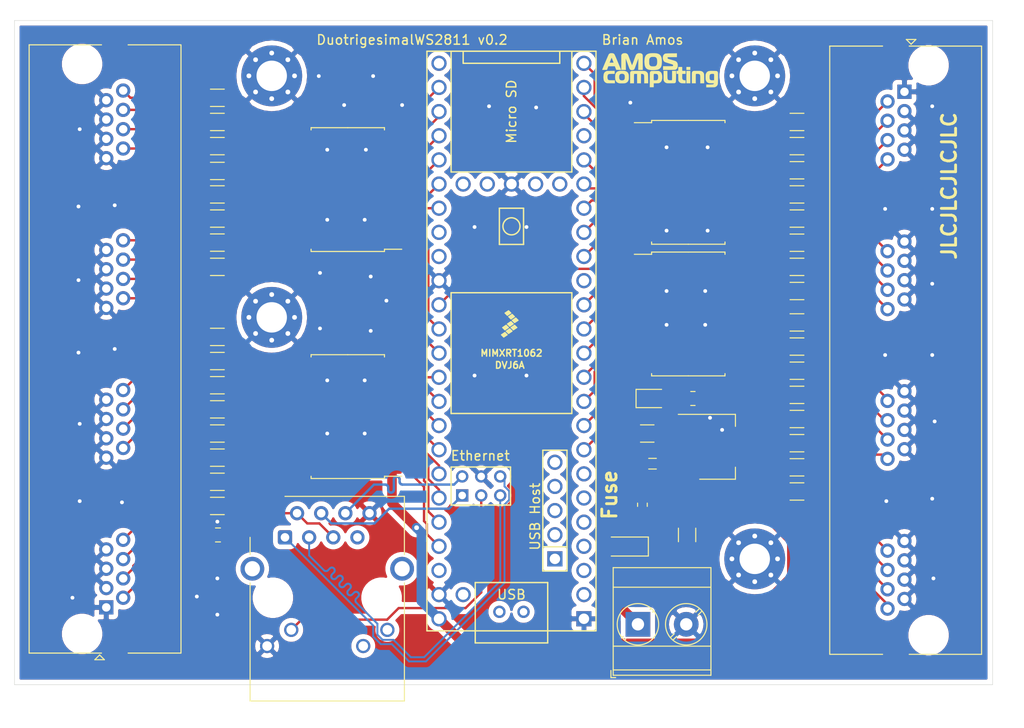
<source format=kicad_pcb>
(kicad_pcb (version 20171130) (host pcbnew "(5.1.8-0-10_14)")
  (layers (0 F.Cu signal) (31 B.Cu signal) (34 B.Paste user) (35 F.Paste user) (36 B.SilkS user) (37 F.SilkS user) (38 B.Mask user) (39 F.Mask user) (44 Edge.Cuts user))
  (net 0 "")
  (net 1 ETH_GND)
  (net 2 "Net-(C1-Pad1)")
  (net 3 +5V)
  (net 4 VCC)
  (net 5 "Net-(D1-Pad1)")
  (net 6 "Net-(D2-Pad1)")
  (net 7 "Net-(F1-Pad2)")
  (net 8 L_18)
  (net 9 L_16)
  (net 10 L_17)
  (net 11 L_15)
  (net 12 L_11)
  (net 13 L_12)
  (net 14 L_14)
  (net 15 L_13)
  (net 16 L_05)
  (net 17 L_07)
  (net 18 L_06)
  (net 19 L_08)
  (net 20 L_04)
  (net 21 L_03)
  (net 22 L_02)
  (net 23 L_01)
  (net 24 L_28)
  (net 25 L_26)
  (net 26 L_27)
  (net 27 L_25)
  (net 28 L_21)
  (net 29 L_22)
  (net 30 L_24)
  (net 31 L_23)
  (net 32 L_31)
  (net 33 L_33)
  (net 34 L_32)
  (net 35 L_34)
  (net 36 L_38)
  (net 37 L_37)
  (net 38 L_36)
  (net 39 L_35)
  (net 40 "Net-(J4-Pad11)")
  (net 41 "Net-(J4-Pad12)")
  (net 42 ETH_LED)
  (net 43 "Net-(J4-Pad7)")
  (net 44 ETH_R-)
  (net 45 ETH_R+)
  (net 46 ETH_T-)
  (net 47 ETH_T+)
  (net 48 "Net-(R2-Pad2)")
  (net 49 "Net-(R3-Pad2)")
  (net 50 "Net-(R4-Pad2)")
  (net 51 "Net-(R5-Pad2)")
  (net 52 "Net-(R6-Pad2)")
  (net 53 "Net-(R7-Pad2)")
  (net 54 "Net-(R8-Pad2)")
  (net 55 "Net-(R9-Pad2)")
  (net 56 "Net-(R10-Pad2)")
  (net 57 "Net-(R11-Pad2)")
  (net 58 "Net-(R12-Pad2)")
  (net 59 "Net-(R13-Pad2)")
  (net 60 "Net-(R14-Pad2)")
  (net 61 "Net-(R15-Pad2)")
  (net 62 "Net-(R16-Pad2)")
  (net 63 "Net-(R17-Pad2)")
  (net 64 "Net-(R18-Pad2)")
  (net 65 "Net-(R19-Pad2)")
  (net 66 "Net-(R20-Pad2)")
  (net 67 "Net-(R21-Pad2)")
  (net 68 "Net-(R22-Pad2)")
  (net 69 "Net-(R23-Pad2)")
  (net 70 "Net-(R24-Pad2)")
  (net 71 "Net-(R25-Pad2)")
  (net 72 "Net-(R26-Pad2)")
  (net 73 "Net-(R27-Pad2)")
  (net 74 "Net-(R28-Pad2)")
  (net 75 "Net-(R29-Pad2)")
  (net 76 "Net-(R30-Pad2)")
  (net 77 "Net-(R31-Pad2)")
  (net 78 "Net-(R32-Pad2)")
  (net 79 "Net-(R33-Pad2)")
  (net 80 "Net-(U1-Pad67)")
  (net 81 "Net-(U1-Pad66)")
  (net 82 "Net-(U1-Pad54)")
  (net 83 "Net-(U1-Pad53)")
  (net 84 "Net-(U1-Pad51)")
  (net 85 "Net-(U1-Pad50)")
  (net 86 P_10)
  (net 87 P_11)
  (net 88 P_12)
  (net 89 P_13)
  (net 90 P_09)
  (net 91 "Net-(U1-Pad15)")
  (net 92 P_07)
  (net 93 "Net-(U1-Pad21)")
  (net 94 P_14)
  (net 95 P_15)
  (net 96 P_16)
  (net 97 "Net-(U1-Pad25)")
  (net 98 P_17)
  (net 99 P_18)
  (net 100 P_19)
  (net 101 P_20)
  (net 102 P_21)
  (net 103 P_22)
  (net 104 "Net-(U1-Pad32)")
  (net 105 "Net-(U1-Pad33)")
  (net 106 P_06)
  (net 107 P_05)
  (net 108 P_04)
  (net 109 P_03)
  (net 110 P_02)
  (net 111 P_01)
  (net 112 "Net-(U1-Pad7)")
  (net 113 "Net-(U1-Pad6)")
  (net 114 "Net-(U1-Pad5)")
  (net 115 "Net-(U1-Pad4)")
  (net 116 "Net-(U1-Pad3)")
  (net 117 "Net-(U1-Pad2)")
  (net 118 P_08)
  (net 119 P_23)
  (net 120 P_24)
  (net 121 P_25)
  (net 122 P_26)
  (net 123 P_27)
  (net 124 P_28)
  (net 125 P_29)
  (net 126 P_30)
  (net 127 P_31)
  (net 128 P_32)
  (net 129 "Net-(U1-Pad46)")
  (net 130 "Net-(U1-Pad55)")
  (net 131 "Net-(U1-Pad56)")
  (net 132 "Net-(U1-Pad57)")
  (net 133 "Net-(U1-Pad58)")
  (net 134 "Net-(U1-Pad59)")
  (net 135 "Net-(U1-Pad49)")
  (net 136 "Net-(C3-Pad2)")
  (module Controller_T41_rev0.2:logo (layer F.Cu) (at 164.465 56.007)
    (fp_text reference G*** hide)
    (fp_text value LOGO hide)
  )
  (module teensy:Teensy41 (layer F.Cu) (at 148.78812 84.50834 90)
    (fp_text reference U1)
    (fp_text value Teensy4.1)
    (fp_text user "USB Host" (at -18.4658 2.4892 90) (layer F.SilkS))
    (fp_text user Ethernet (at -12.065 -3.2766) (layer F.SilkS))
    (fp_text user USB (at -26.67 0 180) (layer F.SilkS))
    (fp_text user "Micro SD" (at 24.13 0 90) (layer F.SilkS))
    (fp_text user MIMXRT1062 (at -1.27 0 180) (layer F.SilkS) (effects (font (size 0.7 0.7))))
    (fp_text user DVJ6A (at -2.54 -0.18 180) (layer F.SilkS) (effects (font (size 0.7 0.7))))
    (pad 67 thru_hole circle (at -28.48 -1.27 90) (size 1.3 1.3) (drill 0.8) (layers *.Cu *.Mask) (net 80 "Net-(U1-Pad67)"))
    (pad 66 thru_hole circle (at -28.48 1.27 90) (size 1.3 1.3) (drill 0.8) (layers *.Cu *.Mask) (net 81 "Net-(U1-Pad66)"))
    (pad 54 thru_hole circle (at 16.51 -5.08 90) (size 1.6 1.6) (drill 1.1) (layers *.Cu *.Mask) (net 82 "Net-(U1-Pad54)"))
    (pad 53 thru_hole circle (at 16.51 -2.54 90) (size 1.6 1.6) (drill 1.1) (layers *.Cu *.Mask) (net 83 "Net-(U1-Pad53)"))
    (pad 52 thru_hole circle (at 16.51 0 90) (size 1.6 1.6) (drill 1.1) (layers *.Cu *.Mask) (net 1 ETH_GND))
    (pad 51 thru_hole circle (at 16.51 2.54 90) (size 1.6 1.6) (drill 1.1) (layers *.Cu *.Mask) (net 84 "Net-(U1-Pad51)"))
    (pad 50 thru_hole circle (at 16.51 5.08 90) (size 1.6 1.6) (drill 1.1) (layers *.Cu *.Mask) (net 85 "Net-(U1-Pad50)"))
    (pad 62 thru_hole circle (at -16.24 -1.1816 90) (size 1.3 1.3) (drill 0.8) (layers *.Cu *.Mask) (net 46 ETH_T-))
    (pad 63 thru_hole circle (at -14.24 -1.1816 90) (size 1.3 1.3) (drill 0.8) (layers *.Cu *.Mask) (net 47 ETH_T+))
    (pad 64 thru_hole circle (at -14.24 -3.1816 90) (size 1.3 1.3) (drill 0.8) (layers *.Cu *.Mask) (net 1 ETH_GND))
    (pad 61 thru_hole circle (at -16.24 -3.1816 90) (size 1.3 1.3) (drill 0.8) (layers *.Cu *.Mask) (net 42 ETH_LED))
    (pad 65 thru_hole circle (at -14.24 -5.1816 90) (size 1.3 1.3) (drill 0.8) (layers *.Cu *.Mask) (net 44 ETH_R-))
    (pad 60 thru_hole rect (at -16.24 -5.1816 90) (size 1.3 1.3) (drill 0.8) (layers *.Cu *.Mask) (net 45 ETH_R+))
    (pad 17 thru_hole circle (at 11.43 7.62 90) (size 1.6 1.6) (drill 1.1) (layers *.Cu *.Mask) (net 86 P_10))
    (pad 18 thru_hole circle (at 13.97 7.62 90) (size 1.6 1.6) (drill 1.1) (layers *.Cu *.Mask) (net 87 P_11))
    (pad 19 thru_hole circle (at 16.51 7.62 90) (size 1.6 1.6) (drill 1.1) (layers *.Cu *.Mask) (net 88 P_12))
    (pad 20 thru_hole circle (at 19.05 7.62 90) (size 1.6 1.6) (drill 1.1) (layers *.Cu *.Mask) (net 89 P_13))
    (pad 16 thru_hole circle (at 8.89 7.62 90) (size 1.6 1.6) (drill 1.1) (layers *.Cu *.Mask) (net 90 P_09))
    (pad 15 thru_hole circle (at 6.35 7.62 90) (size 1.6 1.6) (drill 1.1) (layers *.Cu *.Mask) (net 91 "Net-(U1-Pad15)"))
    (pad 14 thru_hole circle (at 3.81 7.62 90) (size 1.6 1.6) (drill 1.1) (layers *.Cu *.Mask) (net 92 P_07))
    (pad 21 thru_hole circle (at 21.59 7.62 90) (size 1.6 1.6) (drill 1.1) (layers *.Cu *.Mask) (net 93 "Net-(U1-Pad21)"))
    (pad 22 thru_hole circle (at 24.13 7.62 90) (size 1.6 1.6) (drill 1.1) (layers *.Cu *.Mask) (net 94 P_14))
    (pad 23 thru_hole circle (at 26.67 7.62 90) (size 1.6 1.6) (drill 1.1) (layers *.Cu *.Mask) (net 95 P_15))
    (pad 24 thru_hole circle (at 29.21 7.62 90) (size 1.6 1.6) (drill 1.1) (layers *.Cu *.Mask) (net 96 P_16))
    (pad 25 thru_hole circle (at 29.21 -7.62 90) (size 1.6 1.6) (drill 1.1) (layers *.Cu *.Mask) (net 97 "Net-(U1-Pad25)"))
    (pad 26 thru_hole circle (at 26.67 -7.62 90) (size 1.6 1.6) (drill 1.1) (layers *.Cu *.Mask) (net 98 P_17))
    (pad 27 thru_hole circle (at 24.13 -7.62 90) (size 1.6 1.6) (drill 1.1) (layers *.Cu *.Mask) (net 99 P_18))
    (pad 28 thru_hole circle (at 21.59 -7.62 90) (size 1.6 1.6) (drill 1.1) (layers *.Cu *.Mask) (net 100 P_19))
    (pad 29 thru_hole circle (at 19.05 -7.62 90) (size 1.6 1.6) (drill 1.1) (layers *.Cu *.Mask) (net 101 P_20))
    (pad 30 thru_hole circle (at 16.51 -7.62 90) (size 1.6 1.6) (drill 1.1) (layers *.Cu *.Mask) (net 102 P_21))
    (pad 31 thru_hole circle (at 13.97 -7.62 90) (size 1.6 1.6) (drill 1.1) (layers *.Cu *.Mask) (net 103 P_22))
    (pad 32 thru_hole circle (at 11.43 -7.62 90) (size 1.6 1.6) (drill 1.1) (layers *.Cu *.Mask) (net 104 "Net-(U1-Pad32)"))
    (pad 33 thru_hole circle (at 8.89 -7.62 90) (size 1.6 1.6) (drill 1.1) (layers *.Cu *.Mask) (net 105 "Net-(U1-Pad33)"))
    (pad 34 thru_hole circle (at 6.35 -7.62 90) (size 1.6 1.6) (drill 1.1) (layers *.Cu *.Mask) (net 1 ETH_GND))
    (pad 13 thru_hole circle (at 1.27 7.62 90) (size 1.6 1.6) (drill 1.1) (layers *.Cu *.Mask) (net 106 P_06))
    (pad 12 thru_hole circle (at -1.27 7.62 90) (size 1.6 1.6) (drill 1.1) (layers *.Cu *.Mask) (net 107 P_05))
    (pad 11 thru_hole circle (at -3.81 7.62 90) (size 1.6 1.6) (drill 1.1) (layers *.Cu *.Mask) (net 108 P_04))
    (pad 10 thru_hole circle (at -6.35 7.62 90) (size 1.6 1.6) (drill 1.1) (layers *.Cu *.Mask) (net 109 P_03))
    (pad 9 thru_hole circle (at -8.89 7.62 90) (size 1.6 1.6) (drill 1.1) (layers *.Cu *.Mask) (net 110 P_02))
    (pad 8 thru_hole circle (at -11.43 7.62 90) (size 1.6 1.6) (drill 1.1) (layers *.Cu *.Mask) (net 111 P_01))
    (pad 7 thru_hole circle (at -13.97 7.62 90) (size 1.6 1.6) (drill 1.1) (layers *.Cu *.Mask) (net 112 "Net-(U1-Pad7)"))
    (pad 6 thru_hole circle (at -16.51 7.62 90) (size 1.6 1.6) (drill 1.1) (layers *.Cu *.Mask) (net 113 "Net-(U1-Pad6)"))
    (pad 5 thru_hole circle (at -19.05 7.62 90) (size 1.6 1.6) (drill 1.1) (layers *.Cu *.Mask) (net 114 "Net-(U1-Pad5)"))
    (pad 4 thru_hole circle (at -21.59 7.62 90) (size 1.6 1.6) (drill 1.1) (layers *.Cu *.Mask) (net 115 "Net-(U1-Pad4)"))
    (pad 3 thru_hole circle (at -24.13 7.62 90) (size 1.6 1.6) (drill 1.1) (layers *.Cu *.Mask) (net 116 "Net-(U1-Pad3)"))
    (pad 2 thru_hole circle (at -26.67 7.62 90) (size 1.6 1.6) (drill 1.1) (layers *.Cu *.Mask) (net 117 "Net-(U1-Pad2)"))
    (pad 1 thru_hole rect (at -29.21 7.62 90) (size 1.6 1.6) (drill 1.1) (layers *.Cu *.Mask) (net 1 ETH_GND))
    (pad 35 thru_hole circle (at 3.81 -7.62 90) (size 1.6 1.6) (drill 1.1) (layers *.Cu *.Mask) (net 118 P_08))
    (pad 36 thru_hole circle (at 1.27 -7.62 90) (size 1.6 1.6) (drill 1.1) (layers *.Cu *.Mask) (net 119 P_23))
    (pad 37 thru_hole circle (at -1.27 -7.62 90) (size 1.6 1.6) (drill 1.1) (layers *.Cu *.Mask) (net 120 P_24))
    (pad 38 thru_hole circle (at -3.81 -7.62 90) (size 1.6 1.6) (drill 1.1) (layers *.Cu *.Mask) (net 121 P_25))
    (pad 39 thru_hole circle (at -6.35 -7.62 90) (size 1.6 1.6) (drill 1.1) (layers *.Cu *.Mask) (net 122 P_26))
    (pad 40 thru_hole circle (at -8.89 -7.62 90) (size 1.6 1.6) (drill 1.1) (layers *.Cu *.Mask) (net 123 P_27))
    (pad 41 thru_hole circle (at -11.43 -7.62 90) (size 1.6 1.6) (drill 1.1) (layers *.Cu *.Mask) (net 124 P_28))
    (pad 42 thru_hole circle (at -13.97 -7.62 90) (size 1.6 1.6) (drill 1.1) (layers *.Cu *.Mask) (net 125 P_29))
    (pad 43 thru_hole circle (at -16.51 -7.62 90) (size 1.6 1.6) (drill 1.1) (layers *.Cu *.Mask) (net 126 P_30))
    (pad 44 thru_hole circle (at -19.05 -7.62 90) (size 1.6 1.6) (drill 1.1) (layers *.Cu *.Mask) (net 127 P_31))
    (pad 45 thru_hole circle (at -21.59 -7.62 90) (size 1.6 1.6) (drill 1.1) (layers *.Cu *.Mask) (net 128 P_32))
    (pad 46 thru_hole circle (at -24.13 -7.62 90) (size 1.6 1.6) (drill 1.1) (layers *.Cu *.Mask) (net 129 "Net-(U1-Pad46)"))
    (pad 47 thru_hole circle (at -26.67 -7.62 90) (size 1.6 1.6) (drill 1.1) (layers *.Cu *.Mask) (net 1 ETH_GND))
    (pad 48 thru_hole circle (at -29.21 -7.62 90) (size 1.6 1.6) (drill 1.1) (layers *.Cu *.Mask) (net 3 +5V))
    (pad 55 thru_hole rect (at -22.9108 4.5692 90) (size 1.6 1.6) (drill 1.1) (layers *.Cu *.Mask) (net 130 "Net-(U1-Pad55)"))
    (pad 56 thru_hole circle (at -20.3708 4.5692 90) (size 1.6 1.6) (drill 1.1) (layers *.Cu *.Mask) (net 131 "Net-(U1-Pad56)"))
    (pad 57 thru_hole circle (at -17.8308 4.5692 90) (size 1.6 1.6) (drill 1.1) (layers *.Cu *.Mask) (net 132 "Net-(U1-Pad57)"))
    (pad 58 thru_hole circle (at -15.2908 4.5692 90) (size 1.6 1.6) (drill 1.1) (layers *.Cu *.Mask) (net 133 "Net-(U1-Pad58)"))
    (pad 59 thru_hole circle (at -12.7508 4.5692 90) (size 1.6 1.6) (drill 1.1) (layers *.Cu *.Mask) (net 134 "Net-(U1-Pad59)"))
    (pad 49 thru_hole circle (at -26.67 -5.08 90) (size 1.6 1.6) (drill 1.1) (layers *.Cu *.Mask) (net 135 "Net-(U1-Pad49)"))
  )
  (module Connector_RJ:RJ45_Cetus_J1B1211CCD_Horizontal (layer F.Cu) (at 124.968 105.156)
    (fp_text reference J4)
    (fp_text value RJ45_LED)
    (pad 11 thru_hole circle (at 8.23 11.43) (size 1.5 1.5) (drill 1.02) (layers *.Cu *.Mask) (net 40 "Net-(J4-Pad11)"))
    (pad 12 thru_hole circle (at 10.77 9.73) (size 1.5 1.5) (drill 1.02) (layers *.Cu *.Mask) (net 41 "Net-(J4-Pad12)"))
    (pad 10 thru_hole circle (at 0.66 9.73) (size 1.5 1.5) (drill 1.02) (layers *.Cu *.Mask) (net 42 ETH_LED))
    (pad 9 thru_hole circle (at -1.88 11.43) (size 1.5 1.5) (drill 1.02) (layers *.Cu *.Mask) (net 1 ETH_GND))
    (pad 13 thru_hole circle (at 12.32 3.3) (size 2.5 2.5) (drill 1.6) (layers *.Cu *.Mask))
    (pad 8 thru_hole circle (at 8.89 -2.54) (size 1.5 1.5) (drill 0.9) (layers *.Cu *.Mask) (net 1 ETH_GND))
    (pad 13 thru_hole circle (at -3.43 3.3) (size 2.5 2.5) (drill 1.6) (layers *.Cu *.Mask))
    (pad 7 thru_hole circle (at 7.62 0) (size 1.5 1.5) (drill 0.9) (layers *.Cu *.Mask) (net 43 "Net-(J4-Pad7)"))
    (pad 6 thru_hole circle (at 6.35 -2.54) (size 1.5 1.5) (drill 0.9) (layers *.Cu *.Mask) (net 44 ETH_R-))
    (pad 5 thru_hole circle (at 5.08 0) (size 1.5 1.5) (drill 0.9) (layers *.Cu *.Mask) (net 136 "Net-(C3-Pad2)"))
    (pad 4 thru_hole circle (at 3.81 -2.54) (size 1.5 1.5) (drill 0.9) (layers *.Cu *.Mask) (net 45 ETH_R+))
    (pad 3 thru_hole circle (at 2.54 0) (size 1.5 1.5) (drill 0.9) (layers *.Cu *.Mask) (net 46 ETH_T-))
    (pad 2 thru_hole circle (at 1.27 -2.54) (size 1.5 1.5) (drill 0.9) (layers *.Cu *.Mask) (net 136 "Net-(C3-Pad2)"))
    (pad 1 thru_hole roundrect (at 0 0) (size 1.5 1.5) (drill 0.9) (layers *.Cu *.Mask) (roundrect_rratio 0.167) (net 47 ETH_T+))
    (pad "" np_thru_hole circle (at -1.27 6.35) (size 3.25 3.25) (drill 3.25) (layers *.Cu *.Mask))
    (pad "" np_thru_hole circle (at 10.16 6.35) (size 3.25 3.25) (drill 3.25) (layers *.Cu *.Mask))
  )
  (module Inductor_SMD:L_0805_2012Metric (layer F.Cu) (at 163.6225 97.409 180)
    (fp_text reference FB1)
    (fp_text value "100@100MHz GZ2012D101TF")
    (pad 2 smd roundrect (at 1.0625 0 180) (size 0.875 1.2) (layers F.Cu F.Paste F.Mask) (net 7 "Net-(F1-Pad2)"))
    (pad 1 smd roundrect (at -1.0625 0 180) (size 0.875 1.2) (layers F.Cu F.Paste F.Mask) (net 2 "Net-(C1-Pad1)"))
  )
  (module Controller_T41_rev0.2:RJ45_Amphenol_RJHSE508004-ND‎ (layer F.Cu) (at 106.172 112.522 90)
    (fp_text reference J2)
    (fp_text value 8P8C_x4)
    (pad 28 thru_hole circle (at 50.294 1.78 90) (size 1.5 1.5) (drill 0.89) (layers *.Cu *.Mask) (net 25 L_26))
    (pad 32 thru_hole circle (at 54.358 1.78 90) (size 1.5 1.5) (drill 0.89) (layers *.Cu *.Mask) (net 24 L_28))
    (pad 27 thru_hole circle (at 49.278 0 90) (size 1.5 1.5) (drill 0.89) (layers *.Cu *.Mask) (net 1 ETH_GND))
    (pad 26 thru_hole circle (at 48.262 1.78 90) (size 1.5 1.5) (drill 0.89) (layers *.Cu *.Mask) (net 27 L_25))
    (pad 31 thru_hole circle (at 53.342 0 90) (size 1.5 1.5) (drill 0.89) (layers *.Cu *.Mask) (net 1 ETH_GND))
    (pad 30 thru_hole circle (at 52.326 1.78 90) (size 1.5 1.5) (drill 0.89) (layers *.Cu *.Mask) (net 26 L_27))
    (pad 29 thru_hole circle (at 51.31 0 90) (size 1.5 1.5) (drill 0.89) (layers *.Cu *.Mask) (net 1 ETH_GND))
    (pad 25 thru_hole circle (at 47.246 0 90) (size 1.5 1.5) (drill 0.89) (layers *.Cu *.Mask) (net 1 ETH_GND))
    (pad 20 thru_hole circle (at 34.546 1.78 90) (size 1.5 1.5) (drill 0.89) (layers *.Cu *.Mask) (net 29 L_22))
    (pad 24 thru_hole circle (at 38.61 1.78 90) (size 1.5 1.5) (drill 0.89) (layers *.Cu *.Mask) (net 30 L_24))
    (pad 19 thru_hole circle (at 33.53 0 90) (size 1.5 1.5) (drill 0.89) (layers *.Cu *.Mask) (net 1 ETH_GND))
    (pad 18 thru_hole circle (at 32.514 1.78 90) (size 1.5 1.5) (drill 0.89) (layers *.Cu *.Mask) (net 28 L_21))
    (pad 23 thru_hole circle (at 37.594 0 90) (size 1.5 1.5) (drill 0.89) (layers *.Cu *.Mask) (net 1 ETH_GND))
    (pad 22 thru_hole circle (at 36.578 1.78 90) (size 1.5 1.5) (drill 0.89) (layers *.Cu *.Mask) (net 31 L_23))
    (pad 21 thru_hole circle (at 35.562 0 90) (size 1.5 1.5) (drill 0.89) (layers *.Cu *.Mask) (net 1 ETH_GND))
    (pad 17 thru_hole circle (at 31.498 0 90) (size 1.5 1.5) (drill 0.89) (layers *.Cu *.Mask) (net 1 ETH_GND))
    (pad 4 thru_hole circle (at 3.048 1.78 90) (size 1.5 1.5) (drill 0.89) (layers *.Cu *.Mask) (net 34 L_32))
    (pad 2 thru_hole circle (at 1.016 1.78 90) (size 1.5 1.5) (drill 0.89) (layers *.Cu *.Mask) (net 32 L_31))
    (pad 3 thru_hole circle (at 2.032 0 90) (size 1.5 1.5) (drill 0.89) (layers *.Cu *.Mask) (net 1 ETH_GND))
    (pad 5 thru_hole circle (at 4.064 0 90) (size 1.5 1.5) (drill 0.89) (layers *.Cu *.Mask) (net 1 ETH_GND))
    (pad 16 thru_hole circle (at 22.862 1.78 90) (size 1.5 1.5) (drill 0.89) (layers *.Cu *.Mask) (net 36 L_38))
    (pad 12 thru_hole circle (at 18.798 1.78 90) (size 1.5 1.5) (drill 0.89) (layers *.Cu *.Mask) (net 38 L_36))
    (pad 1 thru_hole rect (at 0 0 90) (size 1.5 1.5) (drill 0.89) (layers *.Cu *.Mask) (net 1 ETH_GND))
    (pad "" np_thru_hole circle (at 57.15 -2.54 90) (size 3.25 3.25) (drill 3.25) (layers *.Cu *.Mask))
    (pad 9 thru_hole circle (at 15.75 0 90) (size 1.5 1.5) (drill 0.89) (layers *.Cu *.Mask) (net 1 ETH_GND))
    (pad 6 thru_hole circle (at 5.08 1.78 90) (size 1.5 1.5) (drill 0.89) (layers *.Cu *.Mask) (net 33 L_33))
    (pad 13 thru_hole circle (at 19.814 0 90) (size 1.5 1.5) (drill 0.89) (layers *.Cu *.Mask) (net 1 ETH_GND))
    (pad 14 thru_hole circle (at 20.83 1.78 90) (size 1.5 1.5) (drill 0.89) (layers *.Cu *.Mask) (net 37 L_37))
    (pad 15 thru_hole circle (at 21.846 0 90) (size 1.5 1.5) (drill 0.89) (layers *.Cu *.Mask) (net 1 ETH_GND))
    (pad 10 thru_hole circle (at 16.766 1.78 90) (size 1.5 1.5) (drill 0.89) (layers *.Cu *.Mask) (net 39 L_35))
    (pad 8 thru_hole circle (at 7.112 1.78 90) (size 1.5 1.5) (drill 0.89) (layers *.Cu *.Mask) (net 35 L_34))
    (pad 7 thru_hole circle (at 6.096 0 90) (size 1.5 1.5) (drill 0.89) (layers *.Cu *.Mask) (net 1 ETH_GND))
    (pad "" np_thru_hole circle (at -2.79 -2.54 90) (size 3.25 3.25) (drill 3.25) (layers *.Cu *.Mask))
    (pad 11 thru_hole circle (at 17.782 0 90) (size 1.5 1.5) (drill 0.89) (layers *.Cu *.Mask) (net 1 ETH_GND))
  )
  (module Controller_T41_rev0.2:RJ45_Amphenol_RJHSE508004-ND‎ (layer F.Cu) (at 190.119 58.293 270)
    (fp_text reference J1)
    (fp_text value 8P8C_x4)
    (pad 28 thru_hole circle (at 50.294 1.78 270) (size 1.5 1.5) (drill 0.89) (layers *.Cu *.Mask) (net 18 L_06))
    (pad 32 thru_hole circle (at 54.358 1.78 270) (size 1.5 1.5) (drill 0.89) (layers *.Cu *.Mask) (net 19 L_08))
    (pad 27 thru_hole circle (at 49.278 0 270) (size 1.5 1.5) (drill 0.89) (layers *.Cu *.Mask) (net 1 ETH_GND))
    (pad 26 thru_hole circle (at 48.262 1.78 270) (size 1.5 1.5) (drill 0.89) (layers *.Cu *.Mask) (net 16 L_05))
    (pad 31 thru_hole circle (at 53.342 0 270) (size 1.5 1.5) (drill 0.89) (layers *.Cu *.Mask) (net 1 ETH_GND))
    (pad 30 thru_hole circle (at 52.326 1.78 270) (size 1.5 1.5) (drill 0.89) (layers *.Cu *.Mask) (net 17 L_07))
    (pad 29 thru_hole circle (at 51.31 0 270) (size 1.5 1.5) (drill 0.89) (layers *.Cu *.Mask) (net 1 ETH_GND))
    (pad 25 thru_hole circle (at 47.246 0 270) (size 1.5 1.5) (drill 0.89) (layers *.Cu *.Mask) (net 1 ETH_GND))
    (pad 20 thru_hole circle (at 34.546 1.78 270) (size 1.5 1.5) (drill 0.89) (layers *.Cu *.Mask) (net 22 L_02))
    (pad 24 thru_hole circle (at 38.61 1.78 270) (size 1.5 1.5) (drill 0.89) (layers *.Cu *.Mask) (net 20 L_04))
    (pad 19 thru_hole circle (at 33.53 0 270) (size 1.5 1.5) (drill 0.89) (layers *.Cu *.Mask) (net 1 ETH_GND))
    (pad 18 thru_hole circle (at 32.514 1.78 270) (size 1.5 1.5) (drill 0.89) (layers *.Cu *.Mask) (net 23 L_01))
    (pad 23 thru_hole circle (at 37.594 0 270) (size 1.5 1.5) (drill 0.89) (layers *.Cu *.Mask) (net 1 ETH_GND))
    (pad 22 thru_hole circle (at 36.578 1.78 270) (size 1.5 1.5) (drill 0.89) (layers *.Cu *.Mask) (net 21 L_03))
    (pad 21 thru_hole circle (at 35.562 0 270) (size 1.5 1.5) (drill 0.89) (layers *.Cu *.Mask) (net 1 ETH_GND))
    (pad 17 thru_hole circle (at 31.498 0 270) (size 1.5 1.5) (drill 0.89) (layers *.Cu *.Mask) (net 1 ETH_GND))
    (pad 4 thru_hole circle (at 3.048 1.78 270) (size 1.5 1.5) (drill 0.89) (layers *.Cu *.Mask) (net 13 L_12))
    (pad 2 thru_hole circle (at 1.016 1.78 270) (size 1.5 1.5) (drill 0.89) (layers *.Cu *.Mask) (net 12 L_11))
    (pad 3 thru_hole circle (at 2.032 0 270) (size 1.5 1.5) (drill 0.89) (layers *.Cu *.Mask) (net 1 ETH_GND))
    (pad 5 thru_hole circle (at 4.064 0 270) (size 1.5 1.5) (drill 0.89) (layers *.Cu *.Mask) (net 1 ETH_GND))
    (pad 16 thru_hole circle (at 22.862 1.78 270) (size 1.5 1.5) (drill 0.89) (layers *.Cu *.Mask) (net 8 L_18))
    (pad 12 thru_hole circle (at 18.798 1.78 270) (size 1.5 1.5) (drill 0.89) (layers *.Cu *.Mask) (net 9 L_16))
    (pad 1 thru_hole rect (at 0 0 270) (size 1.5 1.5) (drill 0.89) (layers *.Cu *.Mask) (net 1 ETH_GND))
    (pad "" np_thru_hole circle (at 57.15 -2.54 270) (size 3.25 3.25) (drill 3.25) (layers *.Cu *.Mask))
    (pad 9 thru_hole circle (at 15.75 0 270) (size 1.5 1.5) (drill 0.89) (layers *.Cu *.Mask) (net 1 ETH_GND))
    (pad 6 thru_hole circle (at 5.08 1.78 270) (size 1.5 1.5) (drill 0.89) (layers *.Cu *.Mask) (net 15 L_13))
    (pad 13 thru_hole circle (at 19.814 0 270) (size 1.5 1.5) (drill 0.89) (layers *.Cu *.Mask) (net 1 ETH_GND))
    (pad 14 thru_hole circle (at 20.83 1.78 270) (size 1.5 1.5) (drill 0.89) (layers *.Cu *.Mask) (net 10 L_17))
    (pad 15 thru_hole circle (at 21.846 0 270) (size 1.5 1.5) (drill 0.89) (layers *.Cu *.Mask) (net 1 ETH_GND))
    (pad 10 thru_hole circle (at 16.766 1.78 270) (size 1.5 1.5) (drill 0.89) (layers *.Cu *.Mask) (net 11 L_15))
    (pad 8 thru_hole circle (at 7.112 1.78 270) (size 1.5 1.5) (drill 0.89) (layers *.Cu *.Mask) (net 14 L_14))
    (pad 7 thru_hole circle (at 6.096 0 270) (size 1.5 1.5) (drill 0.89) (layers *.Cu *.Mask) (net 1 ETH_GND))
    (pad "" np_thru_hole circle (at -2.79 -2.54 270) (size 3.25 3.25) (drill 3.25) (layers *.Cu *.Mask))
    (pad 11 thru_hole circle (at 17.782 0 270) (size 1.5 1.5) (drill 0.89) (layers *.Cu *.Mask) (net 1 ETH_GND))
  )
  (module Package_SO:SOIC-20W_7.5x12.8mm_P1.27mm (layer F.Cu) (at 131.572 92.456 180)
    (fp_text reference U6)
    (fp_text value 74HC245)
    (pad 20 smd roundrect (at 4.65 -5.715 180) (size 2.05 0.6) (layers F.Cu F.Paste F.Mask) (net 3 +5V))
    (pad 19 smd roundrect (at 4.65 -4.445 180) (size 2.05 0.6) (layers F.Cu F.Paste F.Mask) (net 1 ETH_GND))
    (pad 18 smd roundrect (at 4.65 -3.175 180) (size 2.05 0.6) (layers F.Cu F.Paste F.Mask) (net 72 "Net-(R26-Pad2)"))
    (pad 17 smd roundrect (at 4.65 -1.905 180) (size 2.05 0.6) (layers F.Cu F.Paste F.Mask) (net 73 "Net-(R27-Pad2)"))
    (pad 16 smd roundrect (at 4.65 -0.635 180) (size 2.05 0.6) (layers F.Cu F.Paste F.Mask) (net 74 "Net-(R28-Pad2)"))
    (pad 15 smd roundrect (at 4.65 0.635 180) (size 2.05 0.6) (layers F.Cu F.Paste F.Mask) (net 75 "Net-(R29-Pad2)"))
    (pad 14 smd roundrect (at 4.65 1.905 180) (size 2.05 0.6) (layers F.Cu F.Paste F.Mask) (net 76 "Net-(R30-Pad2)"))
    (pad 13 smd roundrect (at 4.65 3.175 180) (size 2.05 0.6) (layers F.Cu F.Paste F.Mask) (net 77 "Net-(R31-Pad2)"))
    (pad 12 smd roundrect (at 4.65 4.445 180) (size 2.05 0.6) (layers F.Cu F.Paste F.Mask) (net 78 "Net-(R32-Pad2)"))
    (pad 11 smd roundrect (at 4.65 5.715 180) (size 2.05 0.6) (layers F.Cu F.Paste F.Mask) (net 79 "Net-(R33-Pad2)"))
    (pad 10 smd roundrect (at -4.65 5.715 180) (size 2.05 0.6) (layers F.Cu F.Paste F.Mask) (net 1 ETH_GND))
    (pad 9 smd roundrect (at -4.65 4.445 180) (size 2.05 0.6) (layers F.Cu F.Paste F.Mask) (net 121 P_25))
    (pad 8 smd roundrect (at -4.65 3.175 180) (size 2.05 0.6) (layers F.Cu F.Paste F.Mask) (net 122 P_26))
    (pad 7 smd roundrect (at -4.65 1.905 180) (size 2.05 0.6) (layers F.Cu F.Paste F.Mask) (net 123 P_27))
    (pad 6 smd roundrect (at -4.65 0.635 180) (size 2.05 0.6) (layers F.Cu F.Paste F.Mask) (net 124 P_28))
    (pad 5 smd roundrect (at -4.65 -0.635 180) (size 2.05 0.6) (layers F.Cu F.Paste F.Mask) (net 125 P_29))
    (pad 4 smd roundrect (at -4.65 -1.905 180) (size 2.05 0.6) (layers F.Cu F.Paste F.Mask) (net 126 P_30))
    (pad 3 smd roundrect (at -4.65 -3.175 180) (size 2.05 0.6) (layers F.Cu F.Paste F.Mask) (net 127 P_31))
    (pad 2 smd roundrect (at -4.65 -4.445 180) (size 2.05 0.6) (layers F.Cu F.Paste F.Mask) (net 128 P_32))
    (pad 1 smd roundrect (at -4.65 -5.715 180) (size 2.05 0.6) (layers F.Cu F.Paste F.Mask) (net 3 +5V))
  )
  (module Package_SO:SOIC-20W_7.5x12.8mm_P1.27mm (layer F.Cu) (at 167.386 67.818)
    (fp_text reference U5)
    (fp_text value 74HC245)
    (pad 20 smd roundrect (at 4.65 -5.715) (size 2.05 0.6) (layers F.Cu F.Paste F.Mask) (net 3 +5V))
    (pad 19 smd roundrect (at 4.65 -4.445) (size 2.05 0.6) (layers F.Cu F.Paste F.Mask) (net 1 ETH_GND))
    (pad 18 smd roundrect (at 4.65 -3.175) (size 2.05 0.6) (layers F.Cu F.Paste F.Mask) (net 64 "Net-(R18-Pad2)"))
    (pad 17 smd roundrect (at 4.65 -1.905) (size 2.05 0.6) (layers F.Cu F.Paste F.Mask) (net 65 "Net-(R19-Pad2)"))
    (pad 16 smd roundrect (at 4.65 -0.635) (size 2.05 0.6) (layers F.Cu F.Paste F.Mask) (net 66 "Net-(R20-Pad2)"))
    (pad 15 smd roundrect (at 4.65 0.635) (size 2.05 0.6) (layers F.Cu F.Paste F.Mask) (net 67 "Net-(R21-Pad2)"))
    (pad 14 smd roundrect (at 4.65 1.905) (size 2.05 0.6) (layers F.Cu F.Paste F.Mask) (net 68 "Net-(R22-Pad2)"))
    (pad 13 smd roundrect (at 4.65 3.175) (size 2.05 0.6) (layers F.Cu F.Paste F.Mask) (net 69 "Net-(R23-Pad2)"))
    (pad 12 smd roundrect (at 4.65 4.445) (size 2.05 0.6) (layers F.Cu F.Paste F.Mask) (net 70 "Net-(R24-Pad2)"))
    (pad 11 smd roundrect (at 4.65 5.715) (size 2.05 0.6) (layers F.Cu F.Paste F.Mask) (net 71 "Net-(R25-Pad2)"))
    (pad 10 smd roundrect (at -4.65 5.715) (size 2.05 0.6) (layers F.Cu F.Paste F.Mask) (net 1 ETH_GND))
    (pad 9 smd roundrect (at -4.65 4.445) (size 2.05 0.6) (layers F.Cu F.Paste F.Mask) (net 90 P_09))
    (pad 8 smd roundrect (at -4.65 3.175) (size 2.05 0.6) (layers F.Cu F.Paste F.Mask) (net 86 P_10))
    (pad 7 smd roundrect (at -4.65 1.905) (size 2.05 0.6) (layers F.Cu F.Paste F.Mask) (net 87 P_11))
    (pad 6 smd roundrect (at -4.65 0.635) (size 2.05 0.6) (layers F.Cu F.Paste F.Mask) (net 88 P_12))
    (pad 5 smd roundrect (at -4.65 -0.635) (size 2.05 0.6) (layers F.Cu F.Paste F.Mask) (net 89 P_13))
    (pad 4 smd roundrect (at -4.65 -1.905) (size 2.05 0.6) (layers F.Cu F.Paste F.Mask) (net 94 P_14))
    (pad 3 smd roundrect (at -4.65 -3.175) (size 2.05 0.6) (layers F.Cu F.Paste F.Mask) (net 95 P_15))
    (pad 2 smd roundrect (at -4.65 -4.445) (size 2.05 0.6) (layers F.Cu F.Paste F.Mask) (net 96 P_16))
    (pad 1 smd roundrect (at -4.65 -5.715) (size 2.05 0.6) (layers F.Cu F.Paste F.Mask) (net 3 +5V))
  )
  (module Package_SO:SOIC-20W_7.5x12.8mm_P1.27mm (layer F.Cu) (at 131.572 68.58 180)
    (fp_text reference U4)
    (fp_text value 74HC245)
    (pad 20 smd roundrect (at 4.65 -5.715 180) (size 2.05 0.6) (layers F.Cu F.Paste F.Mask) (net 3 +5V))
    (pad 19 smd roundrect (at 4.65 -4.445 180) (size 2.05 0.6) (layers F.Cu F.Paste F.Mask) (net 1 ETH_GND))
    (pad 18 smd roundrect (at 4.65 -3.175 180) (size 2.05 0.6) (layers F.Cu F.Paste F.Mask) (net 56 "Net-(R10-Pad2)"))
    (pad 17 smd roundrect (at 4.65 -1.905 180) (size 2.05 0.6) (layers F.Cu F.Paste F.Mask) (net 57 "Net-(R11-Pad2)"))
    (pad 16 smd roundrect (at 4.65 -0.635 180) (size 2.05 0.6) (layers F.Cu F.Paste F.Mask) (net 58 "Net-(R12-Pad2)"))
    (pad 15 smd roundrect (at 4.65 0.635 180) (size 2.05 0.6) (layers F.Cu F.Paste F.Mask) (net 59 "Net-(R13-Pad2)"))
    (pad 14 smd roundrect (at 4.65 1.905 180) (size 2.05 0.6) (layers F.Cu F.Paste F.Mask) (net 60 "Net-(R14-Pad2)"))
    (pad 13 smd roundrect (at 4.65 3.175 180) (size 2.05 0.6) (layers F.Cu F.Paste F.Mask) (net 61 "Net-(R15-Pad2)"))
    (pad 12 smd roundrect (at 4.65 4.445 180) (size 2.05 0.6) (layers F.Cu F.Paste F.Mask) (net 62 "Net-(R16-Pad2)"))
    (pad 11 smd roundrect (at 4.65 5.715 180) (size 2.05 0.6) (layers F.Cu F.Paste F.Mask) (net 63 "Net-(R17-Pad2)"))
    (pad 10 smd roundrect (at -4.65 5.715 180) (size 2.05 0.6) (layers F.Cu F.Paste F.Mask) (net 1 ETH_GND))
    (pad 9 smd roundrect (at -4.65 4.445 180) (size 2.05 0.6) (layers F.Cu F.Paste F.Mask) (net 98 P_17))
    (pad 8 smd roundrect (at -4.65 3.175 180) (size 2.05 0.6) (layers F.Cu F.Paste F.Mask) (net 99 P_18))
    (pad 7 smd roundrect (at -4.65 1.905 180) (size 2.05 0.6) (layers F.Cu F.Paste F.Mask) (net 100 P_19))
    (pad 6 smd roundrect (at -4.65 0.635 180) (size 2.05 0.6) (layers F.Cu F.Paste F.Mask) (net 101 P_20))
    (pad 5 smd roundrect (at -4.65 -0.635 180) (size 2.05 0.6) (layers F.Cu F.Paste F.Mask) (net 102 P_21))
    (pad 4 smd roundrect (at -4.65 -1.905 180) (size 2.05 0.6) (layers F.Cu F.Paste F.Mask) (net 103 P_22))
    (pad 3 smd roundrect (at -4.65 -3.175 180) (size 2.05 0.6) (layers F.Cu F.Paste F.Mask) (net 119 P_23))
    (pad 2 smd roundrect (at -4.65 -4.445 180) (size 2.05 0.6) (layers F.Cu F.Paste F.Mask) (net 120 P_24))
    (pad 1 smd roundrect (at -4.65 -5.715 180) (size 2.05 0.6) (layers F.Cu F.Paste F.Mask) (net 3 +5V))
  )
  (module Package_SO:SOIC-20W_7.5x12.8mm_P1.27mm (layer F.Cu) (at 167.386 81.661)
    (fp_text reference U3)
    (fp_text value 74HC245)
    (pad 20 smd roundrect (at 4.65 -5.715) (size 2.05 0.6) (layers F.Cu F.Paste F.Mask) (net 3 +5V))
    (pad 19 smd roundrect (at 4.65 -4.445) (size 2.05 0.6) (layers F.Cu F.Paste F.Mask) (net 1 ETH_GND))
    (pad 18 smd roundrect (at 4.65 -3.175) (size 2.05 0.6) (layers F.Cu F.Paste F.Mask) (net 48 "Net-(R2-Pad2)"))
    (pad 17 smd roundrect (at 4.65 -1.905) (size 2.05 0.6) (layers F.Cu F.Paste F.Mask) (net 49 "Net-(R3-Pad2)"))
    (pad 16 smd roundrect (at 4.65 -0.635) (size 2.05 0.6) (layers F.Cu F.Paste F.Mask) (net 50 "Net-(R4-Pad2)"))
    (pad 15 smd roundrect (at 4.65 0.635) (size 2.05 0.6) (layers F.Cu F.Paste F.Mask) (net 51 "Net-(R5-Pad2)"))
    (pad 14 smd roundrect (at 4.65 1.905) (size 2.05 0.6) (layers F.Cu F.Paste F.Mask) (net 52 "Net-(R6-Pad2)"))
    (pad 13 smd roundrect (at 4.65 3.175) (size 2.05 0.6) (layers F.Cu F.Paste F.Mask) (net 53 "Net-(R7-Pad2)"))
    (pad 12 smd roundrect (at 4.65 4.445) (size 2.05 0.6) (layers F.Cu F.Paste F.Mask) (net 54 "Net-(R8-Pad2)"))
    (pad 11 smd roundrect (at 4.65 5.715) (size 2.05 0.6) (layers F.Cu F.Paste F.Mask) (net 55 "Net-(R9-Pad2)"))
    (pad 10 smd roundrect (at -4.65 5.715) (size 2.05 0.6) (layers F.Cu F.Paste F.Mask) (net 1 ETH_GND))
    (pad 9 smd roundrect (at -4.65 4.445) (size 2.05 0.6) (layers F.Cu F.Paste F.Mask) (net 111 P_01))
    (pad 8 smd roundrect (at -4.65 3.175) (size 2.05 0.6) (layers F.Cu F.Paste F.Mask) (net 110 P_02))
    (pad 7 smd roundrect (at -4.65 1.905) (size 2.05 0.6) (layers F.Cu F.Paste F.Mask) (net 109 P_03))
    (pad 6 smd roundrect (at -4.65 0.635) (size 2.05 0.6) (layers F.Cu F.Paste F.Mask) (net 108 P_04))
    (pad 5 smd roundrect (at -4.65 -0.635) (size 2.05 0.6) (layers F.Cu F.Paste F.Mask) (net 107 P_05))
    (pad 4 smd roundrect (at -4.65 -1.905) (size 2.05 0.6) (layers F.Cu F.Paste F.Mask) (net 106 P_06))
    (pad 3 smd roundrect (at -4.65 -3.175) (size 2.05 0.6) (layers F.Cu F.Paste F.Mask) (net 92 P_07))
    (pad 2 smd roundrect (at -4.65 -4.445) (size 2.05 0.6) (layers F.Cu F.Paste F.Mask) (net 118 P_08))
    (pad 1 smd roundrect (at -4.65 -5.715) (size 2.05 0.6) (layers F.Cu F.Paste F.Mask) (net 3 +5V))
  )
  (module Package_TO_SOT_SMD:SOT-223-3_TabPin2 (layer F.Cu) (at 170.434 95.631)
    (fp_text reference U2)
    (fp_text value AMS1117-5.0)
    (pad 1 smd rect (at -3.15 -2.3) (size 2 1.5) (layers F.Cu F.Paste F.Mask) (net 1 ETH_GND))
    (pad 3 smd rect (at -3.15 2.3) (size 2 1.5) (layers F.Cu F.Paste F.Mask) (net 2 "Net-(C1-Pad1)"))
    (pad 2 smd rect (at -3.15 0) (size 2 1.5) (layers F.Cu F.Paste F.Mask) (net 3 +5V))
    (pad 2 smd rect (at 3.15 0) (size 2 3.8) (layers F.Cu F.Paste F.Mask) (net 3 +5V))
  )
  (module Resistor_SMD:R_1206_3216Metric (layer F.Cu) (at 117.856 84.074)
    (fp_text reference R33)
    (fp_text value 100ohm)
    (pad 2 smd roundrect (at 1.4625 0) (size 1.125 1.75) (layers F.Cu F.Paste F.Mask) (roundrect_rratio 0.222222) (net 79 "Net-(R33-Pad2)"))
    (pad 1 smd roundrect (at -1.4625 0) (size 1.125 1.75) (layers F.Cu F.Paste F.Mask) (roundrect_rratio 0.222222) (net 36 L_38))
  )
  (module Resistor_SMD:R_1206_3216Metric (layer F.Cu) (at 117.856 86.614)
    (fp_text reference R32)
    (fp_text value 100ohm)
    (pad 2 smd roundrect (at 1.4625 0) (size 1.125 1.75) (layers F.Cu F.Paste F.Mask) (roundrect_rratio 0.222222) (net 78 "Net-(R32-Pad2)"))
    (pad 1 smd roundrect (at -1.4625 0) (size 1.125 1.75) (layers F.Cu F.Paste F.Mask) (roundrect_rratio 0.222222) (net 37 L_37))
  )
  (module Resistor_SMD:R_1206_3216Metric (layer F.Cu) (at 117.856 89.154)
    (fp_text reference R31)
    (fp_text value 100ohm)
    (pad 2 smd roundrect (at 1.4625 0) (size 1.125 1.75) (layers F.Cu F.Paste F.Mask) (roundrect_rratio 0.222222) (net 77 "Net-(R31-Pad2)"))
    (pad 1 smd roundrect (at -1.4625 0) (size 1.125 1.75) (layers F.Cu F.Paste F.Mask) (roundrect_rratio 0.222222) (net 38 L_36))
  )
  (module Resistor_SMD:R_1206_3216Metric (layer F.Cu) (at 117.856 91.694)
    (fp_text reference R30)
    (fp_text value 100ohm)
    (pad 2 smd roundrect (at 1.4625 0) (size 1.125 1.75) (layers F.Cu F.Paste F.Mask) (roundrect_rratio 0.222222) (net 76 "Net-(R30-Pad2)"))
    (pad 1 smd roundrect (at -1.4625 0) (size 1.125 1.75) (layers F.Cu F.Paste F.Mask) (roundrect_rratio 0.222222) (net 39 L_35))
  )
  (module Resistor_SMD:R_1206_3216Metric (layer F.Cu) (at 117.856 94.234)
    (fp_text reference R29)
    (fp_text value 100ohm)
    (pad 2 smd roundrect (at 1.4625 0) (size 1.125 1.75) (layers F.Cu F.Paste F.Mask) (roundrect_rratio 0.222222) (net 75 "Net-(R29-Pad2)"))
    (pad 1 smd roundrect (at -1.4625 0) (size 1.125 1.75) (layers F.Cu F.Paste F.Mask) (roundrect_rratio 0.222222) (net 35 L_34))
  )
  (module Resistor_SMD:R_1206_3216Metric (layer F.Cu) (at 117.856 96.774)
    (fp_text reference R28)
    (fp_text value 100ohm)
    (pad 2 smd roundrect (at 1.4625 0) (size 1.125 1.75) (layers F.Cu F.Paste F.Mask) (roundrect_rratio 0.222222) (net 74 "Net-(R28-Pad2)"))
    (pad 1 smd roundrect (at -1.4625 0) (size 1.125 1.75) (layers F.Cu F.Paste F.Mask) (roundrect_rratio 0.222222) (net 33 L_33))
  )
  (module Resistor_SMD:R_1206_3216Metric (layer F.Cu) (at 117.856 99.314)
    (fp_text reference R27)
    (fp_text value 100ohm)
    (pad 2 smd roundrect (at 1.4625 0) (size 1.125 1.75) (layers F.Cu F.Paste F.Mask) (roundrect_rratio 0.222222) (net 73 "Net-(R27-Pad2)"))
    (pad 1 smd roundrect (at -1.4625 0) (size 1.125 1.75) (layers F.Cu F.Paste F.Mask) (roundrect_rratio 0.222222) (net 34 L_32))
  )
  (module Resistor_SMD:R_1206_3216Metric (layer F.Cu) (at 117.856 101.854)
    (fp_text reference R26)
    (fp_text value 100ohm)
    (pad 2 smd roundrect (at 1.4625 0) (size 1.125 1.75) (layers F.Cu F.Paste F.Mask) (roundrect_rratio 0.222222) (net 72 "Net-(R26-Pad2)"))
    (pad 1 smd roundrect (at -1.4625 0) (size 1.125 1.75) (layers F.Cu F.Paste F.Mask) (roundrect_rratio 0.222222) (net 32 L_31))
  )
  (module Resistor_SMD:R_1206_3216Metric (layer F.Cu) (at 178.816 79.248 180)
    (fp_text reference R25)
    (fp_text value 100ohm)
    (pad 2 smd roundrect (at 1.4625 0 180) (size 1.125 1.75) (layers F.Cu F.Paste F.Mask) (roundrect_rratio 0.222222) (net 71 "Net-(R25-Pad2)"))
    (pad 1 smd roundrect (at -1.4625 0 180) (size 1.125 1.75) (layers F.Cu F.Paste F.Mask) (roundrect_rratio 0.222222) (net 8 L_18))
  )
  (module Resistor_SMD:R_1206_3216Metric (layer F.Cu) (at 178.816 76.708 180)
    (fp_text reference R24)
    (fp_text value 100ohm)
    (pad 2 smd roundrect (at 1.4625 0 180) (size 1.125 1.75) (layers F.Cu F.Paste F.Mask) (roundrect_rratio 0.222222) (net 70 "Net-(R24-Pad2)"))
    (pad 1 smd roundrect (at -1.4625 0 180) (size 1.125 1.75) (layers F.Cu F.Paste F.Mask) (roundrect_rratio 0.222222) (net 10 L_17))
  )
  (module Resistor_SMD:R_1206_3216Metric (layer F.Cu) (at 178.816 74.168 180)
    (fp_text reference R23)
    (fp_text value 100ohm)
    (pad 2 smd roundrect (at 1.4625 0 180) (size 1.125 1.75) (layers F.Cu F.Paste F.Mask) (roundrect_rratio 0.222222) (net 69 "Net-(R23-Pad2)"))
    (pad 1 smd roundrect (at -1.4625 0 180) (size 1.125 1.75) (layers F.Cu F.Paste F.Mask) (roundrect_rratio 0.222222) (net 9 L_16))
  )
  (module Resistor_SMD:R_1206_3216Metric (layer F.Cu) (at 178.816 71.628 180)
    (fp_text reference R22)
    (fp_text value 100ohm)
    (pad 2 smd roundrect (at 1.4625 0 180) (size 1.125 1.75) (layers F.Cu F.Paste F.Mask) (roundrect_rratio 0.222222) (net 68 "Net-(R22-Pad2)"))
    (pad 1 smd roundrect (at -1.4625 0 180) (size 1.125 1.75) (layers F.Cu F.Paste F.Mask) (roundrect_rratio 0.222222) (net 11 L_15))
  )
  (module Resistor_SMD:R_1206_3216Metric (layer F.Cu) (at 178.816 69.088 180)
    (fp_text reference R21)
    (fp_text value 100ohm)
    (pad 2 smd roundrect (at 1.4625 0 180) (size 1.125 1.75) (layers F.Cu F.Paste F.Mask) (roundrect_rratio 0.222222) (net 67 "Net-(R21-Pad2)"))
    (pad 1 smd roundrect (at -1.4625 0 180) (size 1.125 1.75) (layers F.Cu F.Paste F.Mask) (roundrect_rratio 0.222222) (net 14 L_14))
  )
  (module Resistor_SMD:R_1206_3216Metric (layer F.Cu) (at 178.816 66.548 180)
    (fp_text reference R20)
    (fp_text value 100ohm)
    (pad 2 smd roundrect (at 1.4625 0 180) (size 1.125 1.75) (layers F.Cu F.Paste F.Mask) (roundrect_rratio 0.222222) (net 66 "Net-(R20-Pad2)"))
    (pad 1 smd roundrect (at -1.4625 0 180) (size 1.125 1.75) (layers F.Cu F.Paste F.Mask) (roundrect_rratio 0.222222) (net 15 L_13))
  )
  (module Resistor_SMD:R_1206_3216Metric (layer F.Cu) (at 178.816 64.008 180)
    (fp_text reference R19)
    (fp_text value 100ohm)
    (pad 2 smd roundrect (at 1.4625 0 180) (size 1.125 1.75) (layers F.Cu F.Paste F.Mask) (roundrect_rratio 0.222222) (net 65 "Net-(R19-Pad2)"))
    (pad 1 smd roundrect (at -1.4625 0 180) (size 1.125 1.75) (layers F.Cu F.Paste F.Mask) (roundrect_rratio 0.222222) (net 13 L_12))
  )
  (module Resistor_SMD:R_1206_3216Metric (layer F.Cu) (at 178.816 61.468 180)
    (fp_text reference R18)
    (fp_text value 100ohm)
    (pad 2 smd roundrect (at 1.4625 0 180) (size 1.125 1.75) (layers F.Cu F.Paste F.Mask) (roundrect_rratio 0.222222) (net 64 "Net-(R18-Pad2)"))
    (pad 1 smd roundrect (at -1.4625 0 180) (size 1.125 1.75) (layers F.Cu F.Paste F.Mask) (roundrect_rratio 0.222222) (net 12 L_11))
  )
  (module Resistor_SMD:R_1206_3216Metric (layer F.Cu) (at 117.856 58.928)
    (fp_text reference R17)
    (fp_text value 100ohm)
    (pad 2 smd roundrect (at 1.4625 0) (size 1.125 1.75) (layers F.Cu F.Paste F.Mask) (roundrect_rratio 0.222222) (net 63 "Net-(R17-Pad2)"))
    (pad 1 smd roundrect (at -1.4625 0) (size 1.125 1.75) (layers F.Cu F.Paste F.Mask) (roundrect_rratio 0.222222) (net 24 L_28))
  )
  (module Resistor_SMD:R_1206_3216Metric (layer F.Cu) (at 117.856 61.468)
    (fp_text reference R16)
    (fp_text value 100ohm)
    (pad 2 smd roundrect (at 1.4625 0) (size 1.125 1.75) (layers F.Cu F.Paste F.Mask) (roundrect_rratio 0.222222) (net 62 "Net-(R16-Pad2)"))
    (pad 1 smd roundrect (at -1.4625 0) (size 1.125 1.75) (layers F.Cu F.Paste F.Mask) (roundrect_rratio 0.222222) (net 26 L_27))
  )
  (module Resistor_SMD:R_1206_3216Metric (layer F.Cu) (at 117.856 64.008)
    (fp_text reference R15)
    (fp_text value 100ohm)
    (pad 2 smd roundrect (at 1.4625 0) (size 1.125 1.75) (layers F.Cu F.Paste F.Mask) (roundrect_rratio 0.222222) (net 61 "Net-(R15-Pad2)"))
    (pad 1 smd roundrect (at -1.4625 0) (size 1.125 1.75) (layers F.Cu F.Paste F.Mask) (roundrect_rratio 0.222222) (net 25 L_26))
  )
  (module Resistor_SMD:R_1206_3216Metric (layer F.Cu) (at 117.856 66.61912)
    (fp_text reference R14)
    (fp_text value 100ohm)
    (pad 2 smd roundrect (at 1.4625 0) (size 1.125 1.75) (layers F.Cu F.Paste F.Mask) (roundrect_rratio 0.222222) (net 60 "Net-(R14-Pad2)"))
    (pad 1 smd roundrect (at -1.4625 0) (size 1.125 1.75) (layers F.Cu F.Paste F.Mask) (roundrect_rratio 0.222222) (net 27 L_25))
  )
  (module Resistor_SMD:R_1206_3216Metric (layer F.Cu) (at 117.856 69.088)
    (fp_text reference R13)
    (fp_text value 100ohm)
    (pad 2 smd roundrect (at 1.4625 0) (size 1.125 1.75) (layers F.Cu F.Paste F.Mask) (roundrect_rratio 0.222222) (net 59 "Net-(R13-Pad2)"))
    (pad 1 smd roundrect (at -1.4625 0) (size 1.125 1.75) (layers F.Cu F.Paste F.Mask) (roundrect_rratio 0.222222) (net 30 L_24))
  )
  (module Resistor_SMD:R_1206_3216Metric (layer F.Cu) (at 117.856 71.628)
    (fp_text reference R12)
    (fp_text value 100ohm)
    (pad 2 smd roundrect (at 1.4625 0) (size 1.125 1.75) (layers F.Cu F.Paste F.Mask) (roundrect_rratio 0.222222) (net 58 "Net-(R12-Pad2)"))
    (pad 1 smd roundrect (at -1.4625 0) (size 1.125 1.75) (layers F.Cu F.Paste F.Mask) (roundrect_rratio 0.222222) (net 31 L_23))
  )
  (module Resistor_SMD:R_1206_3216Metric (layer F.Cu) (at 117.856 74.1553)
    (fp_text reference R11)
    (fp_text value 100ohm)
    (pad 2 smd roundrect (at 1.4625 0) (size 1.125 1.75) (layers F.Cu F.Paste F.Mask) (roundrect_rratio 0.222222) (net 57 "Net-(R11-Pad2)"))
    (pad 1 smd roundrect (at -1.4625 0) (size 1.125 1.75) (layers F.Cu F.Paste F.Mask) (roundrect_rratio 0.222222) (net 29 L_22))
  )
  (module Resistor_SMD:R_1206_3216Metric (layer F.Cu) (at 117.856 76.708)
    (fp_text reference R10)
    (fp_text value 100ohm)
    (pad 2 smd roundrect (at 1.4625 0) (size 1.125 1.75) (layers F.Cu F.Paste F.Mask) (roundrect_rratio 0.222222) (net 56 "Net-(R10-Pad2)"))
    (pad 1 smd roundrect (at -1.4625 0) (size 1.125 1.75) (layers F.Cu F.Paste F.Mask) (roundrect_rratio 0.222222) (net 28 L_21))
  )
  (module Resistor_SMD:R_1206_3216Metric (layer F.Cu) (at 178.816 100.33 180)
    (fp_text reference R9)
    (fp_text value 100ohm)
    (pad 2 smd roundrect (at 1.4625 0 180) (size 1.125 1.75) (layers F.Cu F.Paste F.Mask) (roundrect_rratio 0.222222) (net 55 "Net-(R9-Pad2)"))
    (pad 1 smd roundrect (at -1.4625 0 180) (size 1.125 1.75) (layers F.Cu F.Paste F.Mask) (roundrect_rratio 0.222222) (net 19 L_08))
  )
  (module Resistor_SMD:R_1206_3216Metric (layer F.Cu) (at 178.816 97.79 180)
    (fp_text reference R8)
    (fp_text value 100ohm)
    (pad 2 smd roundrect (at 1.4625 0 180) (size 1.125 1.75) (layers F.Cu F.Paste F.Mask) (roundrect_rratio 0.222222) (net 54 "Net-(R8-Pad2)"))
    (pad 1 smd roundrect (at -1.4625 0 180) (size 1.125 1.75) (layers F.Cu F.Paste F.Mask) (roundrect_rratio 0.222222) (net 17 L_07))
  )
  (module Resistor_SMD:R_1206_3216Metric (layer F.Cu) (at 178.816 95.25 180)
    (fp_text reference R7)
    (fp_text value 100ohm)
    (pad 2 smd roundrect (at 1.4625 0 180) (size 1.125 1.75) (layers F.Cu F.Paste F.Mask) (roundrect_rratio 0.222222) (net 53 "Net-(R7-Pad2)"))
    (pad 1 smd roundrect (at -1.4625 0 180) (size 1.125 1.75) (layers F.Cu F.Paste F.Mask) (roundrect_rratio 0.222222) (net 18 L_06))
  )
  (module Resistor_SMD:R_1206_3216Metric (layer F.Cu) (at 178.816 92.71 180)
    (fp_text reference R6)
    (fp_text value 100ohm)
    (pad 2 smd roundrect (at 1.4625 0 180) (size 1.125 1.75) (layers F.Cu F.Paste F.Mask) (roundrect_rratio 0.222222) (net 52 "Net-(R6-Pad2)"))
    (pad 1 smd roundrect (at -1.4625 0 180) (size 1.125 1.75) (layers F.Cu F.Paste F.Mask) (roundrect_rratio 0.222222) (net 16 L_05))
  )
  (module Resistor_SMD:R_1206_3216Metric (layer F.Cu) (at 178.816 90.17 180)
    (fp_text reference R5)
    (fp_text value 100ohm)
    (pad 2 smd roundrect (at 1.4625 0 180) (size 1.125 1.75) (layers F.Cu F.Paste F.Mask) (roundrect_rratio 0.222222) (net 51 "Net-(R5-Pad2)"))
    (pad 1 smd roundrect (at -1.4625 0 180) (size 1.125 1.75) (layers F.Cu F.Paste F.Mask) (roundrect_rratio 0.222222) (net 20 L_04))
  )
  (module Resistor_SMD:R_1206_3216Metric (layer F.Cu) (at 178.816 87.63 180)
    (fp_text reference R4)
    (fp_text value 100ohm)
    (pad 2 smd roundrect (at 1.4625 0 180) (size 1.125 1.75) (layers F.Cu F.Paste F.Mask) (roundrect_rratio 0.222222) (net 50 "Net-(R4-Pad2)"))
    (pad 1 smd roundrect (at -1.4625 0 180) (size 1.125 1.75) (layers F.Cu F.Paste F.Mask) (roundrect_rratio 0.222222) (net 21 L_03))
  )
  (module Resistor_SMD:R_1206_3216Metric (layer F.Cu) (at 178.816 85.09 180)
    (fp_text reference R3)
    (fp_text value 100ohm)
    (pad 2 smd roundrect (at 1.4625 0 180) (size 1.125 1.75) (layers F.Cu F.Paste F.Mask) (roundrect_rratio 0.222222) (net 49 "Net-(R3-Pad2)"))
    (pad 1 smd roundrect (at -1.4625 0 180) (size 1.125 1.75) (layers F.Cu F.Paste F.Mask) (roundrect_rratio 0.222222) (net 22 L_02))
  )
  (module Resistor_SMD:R_1206_3216Metric (layer F.Cu) (at 178.816 82.55 180)
    (fp_text reference R2)
    (fp_text value 100ohm)
    (pad 2 smd roundrect (at 1.4625 0 180) (size 1.125 1.75) (layers F.Cu F.Paste F.Mask) (roundrect_rratio 0.222222) (net 48 "Net-(R2-Pad2)"))
    (pad 1 smd roundrect (at -1.4625 0 180) (size 1.125 1.75) (layers F.Cu F.Paste F.Mask) (roundrect_rratio 0.222222) (net 23 L_01))
  )
  (module Resistor_SMD:R_0805_2012Metric (layer F.Cu) (at 167.8705 90.551)
    (fp_text reference R1)
    (fp_text value 2k2)
    (pad 2 smd roundrect (at 0.9125 0) (size 1.025 1.4) (layers F.Cu F.Paste F.Mask) (roundrect_rratio 0.243902) (net 1 ETH_GND))
    (pad 1 smd roundrect (at -0.9125 0) (size 1.025 1.4) (layers F.Cu F.Paste F.Mask) (roundrect_rratio 0.243902) (net 6 "Net-(D2-Pad1)"))
  )
  (module TerminalBlock_Phoenix:TerminalBlock_Phoenix_MKDS-3-2-5.08_1x02_P5.08mm_Horizontal (layer F.Cu) (at 162.08756 114.3)
    (fp_text reference J3)
    (fp_text value Screw_Terminal_01x02)
    (pad 2 thru_hole circle (at 5.08 0) (size 2.6 2.6) (drill 1.3) (layers *.Cu *.Mask) (net 1 ETH_GND))
    (pad 1 thru_hole rect (at 0 0) (size 2.6 2.6) (drill 1.3) (layers *.Cu *.Mask) (net 4 VCC))
  )
  (module MountingHole:MountingHole_3.2mm_M3_Pad_Via (layer F.Cu) (at 174.37354 107.41914)
    (fp_text reference H4)
    (fp_text value 3mm)
    (pad 1 thru_hole circle (at 1.697056 -1.697056) (size 0.8 0.8) (drill 0.5) (layers *.Cu *.Mask) (net 1 ETH_GND))
    (pad 1 thru_hole circle (at 0 -2.4) (size 0.8 0.8) (drill 0.5) (layers *.Cu *.Mask) (net 1 ETH_GND))
    (pad 1 thru_hole circle (at -1.697056 -1.697056) (size 0.8 0.8) (drill 0.5) (layers *.Cu *.Mask) (net 1 ETH_GND))
    (pad 1 thru_hole circle (at -2.4 0) (size 0.8 0.8) (drill 0.5) (layers *.Cu *.Mask) (net 1 ETH_GND))
    (pad 1 thru_hole circle (at -1.697056 1.697056) (size 0.8 0.8) (drill 0.5) (layers *.Cu *.Mask) (net 1 ETH_GND))
    (pad 1 thru_hole circle (at 0 2.4) (size 0.8 0.8) (drill 0.5) (layers *.Cu *.Mask) (net 1 ETH_GND))
    (pad 1 thru_hole circle (at 1.697056 1.697056) (size 0.8 0.8) (drill 0.5) (layers *.Cu *.Mask) (net 1 ETH_GND))
    (pad 1 thru_hole circle (at 2.4 0) (size 0.8 0.8) (drill 0.5) (layers *.Cu *.Mask) (net 1 ETH_GND))
    (pad 1 thru_hole circle (at 0 0) (size 6.4 6.4) (drill 3.2) (layers *.Cu *.Mask) (net 1 ETH_GND))
  )
  (module MountingHole:MountingHole_3.2mm_M3_Pad_Via (layer F.Cu) (at 123.57354 82.01914)
    (fp_text reference H3)
    (fp_text value 3mm)
    (pad 1 thru_hole circle (at 1.697056 -1.697056) (size 0.8 0.8) (drill 0.5) (layers *.Cu *.Mask) (net 1 ETH_GND))
    (pad 1 thru_hole circle (at 0 -2.4) (size 0.8 0.8) (drill 0.5) (layers *.Cu *.Mask) (net 1 ETH_GND))
    (pad 1 thru_hole circle (at -1.697056 -1.697056) (size 0.8 0.8) (drill 0.5) (layers *.Cu *.Mask) (net 1 ETH_GND))
    (pad 1 thru_hole circle (at -2.4 0) (size 0.8 0.8) (drill 0.5) (layers *.Cu *.Mask) (net 1 ETH_GND))
    (pad 1 thru_hole circle (at -1.697056 1.697056) (size 0.8 0.8) (drill 0.5) (layers *.Cu *.Mask) (net 1 ETH_GND))
    (pad 1 thru_hole circle (at 0 2.4) (size 0.8 0.8) (drill 0.5) (layers *.Cu *.Mask) (net 1 ETH_GND))
    (pad 1 thru_hole circle (at 1.697056 1.697056) (size 0.8 0.8) (drill 0.5) (layers *.Cu *.Mask) (net 1 ETH_GND))
    (pad 1 thru_hole circle (at 2.4 0) (size 0.8 0.8) (drill 0.5) (layers *.Cu *.Mask) (net 1 ETH_GND))
    (pad 1 thru_hole circle (at 0 0) (size 6.4 6.4) (drill 3.2) (layers *.Cu *.Mask) (net 1 ETH_GND))
  )
  (module MountingHole:MountingHole_3.2mm_M3_Pad_Via (layer F.Cu) (at 174.37354 56.61914)
    (fp_text reference H2)
    (fp_text value 3mm)
    (pad 1 thru_hole circle (at 1.697056 -1.697056) (size 0.8 0.8) (drill 0.5) (layers *.Cu *.Mask) (net 1 ETH_GND))
    (pad 1 thru_hole circle (at 0 -2.4) (size 0.8 0.8) (drill 0.5) (layers *.Cu *.Mask) (net 1 ETH_GND))
    (pad 1 thru_hole circle (at -1.697056 -1.697056) (size 0.8 0.8) (drill 0.5) (layers *.Cu *.Mask) (net 1 ETH_GND))
    (pad 1 thru_hole circle (at -2.4 0) (size 0.8 0.8) (drill 0.5) (layers *.Cu *.Mask) (net 1 ETH_GND))
    (pad 1 thru_hole circle (at -1.697056 1.697056) (size 0.8 0.8) (drill 0.5) (layers *.Cu *.Mask) (net 1 ETH_GND))
    (pad 1 thru_hole circle (at 0 2.4) (size 0.8 0.8) (drill 0.5) (layers *.Cu *.Mask) (net 1 ETH_GND))
    (pad 1 thru_hole circle (at 1.697056 1.697056) (size 0.8 0.8) (drill 0.5) (layers *.Cu *.Mask) (net 1 ETH_GND))
    (pad 1 thru_hole circle (at 2.4 0) (size 0.8 0.8) (drill 0.5) (layers *.Cu *.Mask) (net 1 ETH_GND))
    (pad 1 thru_hole circle (at 0 0) (size 6.4 6.4) (drill 3.2) (layers *.Cu *.Mask) (net 1 ETH_GND))
  )
  (module MountingHole:MountingHole_3.2mm_M3_Pad_Via (layer F.Cu) (at 123.57354 56.61914)
    (fp_text reference H1)
    (fp_text value 3mm)
    (pad 1 thru_hole circle (at 1.697056 -1.697056) (size 0.8 0.8) (drill 0.5) (layers *.Cu *.Mask) (net 1 ETH_GND))
    (pad 1 thru_hole circle (at 0 -2.4) (size 0.8 0.8) (drill 0.5) (layers *.Cu *.Mask) (net 1 ETH_GND))
    (pad 1 thru_hole circle (at -1.697056 -1.697056) (size 0.8 0.8) (drill 0.5) (layers *.Cu *.Mask) (net 1 ETH_GND))
    (pad 1 thru_hole circle (at -2.4 0) (size 0.8 0.8) (drill 0.5) (layers *.Cu *.Mask) (net 1 ETH_GND))
    (pad 1 thru_hole circle (at -1.697056 1.697056) (size 0.8 0.8) (drill 0.5) (layers *.Cu *.Mask) (net 1 ETH_GND))
    (pad 1 thru_hole circle (at 0 2.4) (size 0.8 0.8) (drill 0.5) (layers *.Cu *.Mask) (net 1 ETH_GND))
    (pad 1 thru_hole circle (at 1.697056 1.697056) (size 0.8 0.8) (drill 0.5) (layers *.Cu *.Mask) (net 1 ETH_GND))
    (pad 1 thru_hole circle (at 2.4 0) (size 0.8 0.8) (drill 0.5) (layers *.Cu *.Mask) (net 1 ETH_GND))
    (pad 1 thru_hole circle (at 0 0) (size 6.4 6.4) (drill 3.2) (layers *.Cu *.Mask) (net 1 ETH_GND))
  )
  (module Fuse:Fuse_0603_1608Metric_Pad1.05x0.95mm_HandSolder (layer F.Cu) (at 162.56 101.727 90)
    (fp_text reference F1)
    (fp_text value 500mA)
    (pad 2 smd roundrect (at 0.875 0 90) (size 1.05 0.95) (layers F.Cu F.Paste F.Mask) (net 7 "Net-(F1-Pad2)"))
    (pad 1 smd roundrect (at -0.875 0 90) (size 1.05 0.95) (layers F.Cu F.Paste F.Mask) (net 5 "Net-(D1-Pad1)"))
  )
  (module LED_SMD:LED_0805_2012Metric (layer F.Cu) (at 163.576 90.551)
    (fp_text reference D2)
    (fp_text value red)
    (pad 2 smd roundrect (at 0.9375 0) (size 0.975 1.4) (layers F.Cu F.Paste F.Mask) (net 3 +5V))
    (pad 1 smd roundrect (at -0.9375 0) (size 0.975 1.4) (layers F.Cu F.Paste F.Mask) (net 6 "Net-(D2-Pad1)"))
  )
  (module Diode_SMD:D_SOD-123 (layer F.Cu) (at 160.9344 106.1212 180)
    (fp_text reference D1)
    (fp_text value B5819W)
    (pad 2 smd rect (at 1.65 0 180) (size 0.9 1.2) (layers F.Cu F.Paste F.Mask) (net 4 VCC))
    (pad 1 smd rect (at -1.65 0 180) (size 0.9 1.2) (layers F.Cu F.Paste F.Mask) (net 5 "Net-(D1-Pad1)"))
  )
  (module Capacitor_SMD:C_0805_2012Metric (layer F.Cu) (at 117.922 104.902)
    (fp_text reference C3)
    (fp_text value 0.1uF)
    (pad 2 smd roundrect (at 0.95 0) (size 1 1.45) (layers F.Cu F.Paste F.Mask) (net 136 "Net-(C3-Pad2)"))
    (pad 1 smd roundrect (at -0.95 0) (size 1 1.45) (layers F.Cu F.Paste F.Mask) (net 1 ETH_GND))
  )
  (module Capacitor_SMD:C_1206_3216Metric (layer F.Cu) (at 163.068 94.234 180)
    (fp_text reference C2)
    (fp_text value 10u)
    (pad 2 smd roundrect (at 1.475 0 180) (size 1.15 1.8) (layers F.Cu F.Paste F.Mask) (roundrect_rratio 0.217391) (net 1 ETH_GND))
    (pad 1 smd roundrect (at -1.475 0 180) (size 1.15 1.8) (layers F.Cu F.Paste F.Mask) (roundrect_rratio 0.217391) (net 3 +5V))
  )
  (module Capacitor_SMD:C_1206_3216Metric (layer F.Cu) (at 167.259 104.902 270)
    (fp_text reference C1)
    (fp_text value 10u)
    (pad 2 smd roundrect (at 1.475 0 270) (size 1.15 1.8) (layers F.Cu F.Paste F.Mask) (roundrect_rratio 0.217391) (net 1 ETH_GND))
    (pad 1 smd roundrect (at -1.475 0 270) (size 1.15 1.8) (layers F.Cu F.Paste F.Mask) (roundrect_rratio 0.217391) (net 2 "Net-(C1-Pad1)"))
  )
  (gr_text JLCJLCJLCJLC (at 194.818 68.199 90) (layer F.SilkS) (effects (font (size 1.5 1.5) (thickness 0.3))))
  (gr_text "DuotrigesimalWS2811 v0.2             Brian Amos" (at 147.574 52.832) (layer F.SilkS) (effects (font (size 1 1))))
  (gr_line (start 96.52 120.65) (end 96.52 50.8) (layer Edge.Cuts) (width 0.05))
  (gr_line (start 199.39 120.65) (end 96.52 120.65) (layer Edge.Cuts) (width 0.05))
  (gr_line (start 199.39 50.8) (end 199.39 120.65) (layer Edge.Cuts) (width 0.05))
  (gr_line (start 96.52 50.8) (end 199.39 50.8) (layer Edge.Cuts) (width 0.05))
  (gr_text Fuse (at 159.1056 100.6856 90) (layer F.SilkS) (effects (font (size 1.5 1.5) (thickness 0.3))))
  (via (at 165.1 64.135) (size 0.8) (drill 0.4) (layers F.Cu B.Cu) (net 1))
  (via (at 165.1 72.898) (size 0.8) (drill 0.4) (layers F.Cu B.Cu) (net 1))
  (via (at 169.418 72.898) (size 0.8) (drill 0.4) (layers F.Cu B.Cu) (net 1))
  (via (at 169.418 64.135) (size 0.8) (drill 0.4) (layers F.Cu B.Cu) (net 1))
  (via (at 170.942 93.853) (size 0.8) (drill 0.4) (layers F.Cu B.Cu) (net 1))
  (via (at 169.672 92.583) (size 0.8) (drill 0.4) (layers F.Cu B.Cu) (net 1))
  (via (at 117.856 103.505) (size 0.8) (drill 0.4) (layers F.Cu B.Cu) (net 1))
  (via (at 144.907 72.517) (size 0.8) (drill 0.4) (layers F.Cu B.Cu) (net 1))
  (via (at 150.368 72.517) (size 0.8) (drill 0.4) (layers F.Cu B.Cu) (net 1))
  (via (at 150.368 88.138) (size 0.8) (drill 0.4) (layers F.Cu B.Cu) (net 1))
  (via (at 144.907 88.138) (size 0.8) (drill 0.4) (layers F.Cu B.Cu) (net 1))
  (via (at 133.985 83.439) (size 0.8) (drill 0.4) (layers F.Cu B.Cu) (net 1))
  (via (at 133.985 77.724) (size 0.8) (drill 0.4) (layers F.Cu B.Cu) (net 1))
  (via (at 135.636 80.264) (size 0.8) (drill 0.4) (layers F.Cu B.Cu) (net 1))
  (via (at 128.651 77.343) (size 0.8) (drill 0.4) (layers F.Cu B.Cu) (net 1))
  (via (at 128.651 83.185) (size 0.8) (drill 0.4) (layers F.Cu B.Cu) (net 1))
  (via (at 128.524 56.642) (size 0.8) (drill 0.4) (layers F.Cu B.Cu) (net 1))
  (via (at 134.239 56.642) (size 0.8) (drill 0.4) (layers F.Cu B.Cu) (net 1))
  (via (at 131.191 59.69) (size 0.8) (drill 0.4) (layers F.Cu B.Cu) (net 1))
  (via (at 137.287 59.69) (size 0.8) (drill 0.4) (layers F.Cu B.Cu) (net 1))
  (via (at 161.29 59.436) (size 0.8) (drill 0.4) (layers F.Cu B.Cu) (net 1))
  (via (at 117.856 109.474) (size 0.8) (drill 0.4) (layers F.Cu B.Cu) (net 1))
  (via (at 117.856 113.284) (size 0.8) (drill 0.4) (layers F.Cu B.Cu) (net 1))
  (via (at 115.697 111.379) (size 0.8) (drill 0.4) (layers F.Cu B.Cu) (net 1))
  (via (at 169.164 82.804) (size 0.8) (drill 0.4) (layers F.Cu B.Cu) (net 1))
  (via (at 169.164 79.248) (size 0.8) (drill 0.4) (layers F.Cu B.Cu) (net 1))
  (via (at 193.04 59.817) (size 0.8) (drill 0.4) (layers F.Cu B.Cu) (net 1))
  (via (at 193.04 70.612) (size 0.8) (drill 0.4) (layers F.Cu B.Cu) (net 1))
  (via (at 188.087 70.612) (size 0.8) (drill 0.4) (layers F.Cu B.Cu) (net 1))
  (via (at 188.087 85.979) (size 0.8) (drill 0.4) (layers F.Cu B.Cu) (net 1))
  (via (at 193.04 85.979) (size 0.8) (drill 0.4) (layers F.Cu B.Cu) (net 1))
  (via (at 188.214 101.346) (size 0.8) (drill 0.4) (layers F.Cu B.Cu) (net 1))
  (via (at 193.04 101.092) (size 0.8) (drill 0.4) (layers F.Cu B.Cu) (net 1))
  (via (at 193.294 92.964) (size 0.8) (drill 0.4) (layers F.Cu B.Cu) (net 1))
  (via (at 193.167 109.474) (size 0.8) (drill 0.4) (layers F.Cu B.Cu) (net 1))
  (via (at 193.04 78.486) (size 0.8) (drill 0.4) (layers F.Cu B.Cu) (net 1))
  (via (at 102.616 111.506) (size 0.8) (drill 0.4) (layers F.Cu B.Cu) (net 1))
  (via (at 103.378 101.346) (size 0.8) (drill 0.4) (layers F.Cu B.Cu) (net 1))
  (via (at 107.823 101.473) (size 0.8) (drill 0.4) (layers F.Cu B.Cu) (net 1))
  (via (at 107.061 85.344) (size 0.8) (drill 0.4) (layers F.Cu B.Cu) (net 1))
  (via (at 103.251 85.725) (size 0.8) (drill 0.4) (layers F.Cu B.Cu) (net 1))
  (via (at 103.378 93.218) (size 0.8) (drill 0.4) (layers F.Cu B.Cu) (net 1))
  (via (at 103.251 78.105) (size 0.8) (drill 0.4) (layers F.Cu B.Cu) (net 1))
  (via (at 103.251 70.358) (size 0.8) (drill 0.4) (layers F.Cu B.Cu) (net 1))
  (via (at 103.378 62.23) (size 0.8) (drill 0.4) (layers F.Cu B.Cu) (net 1))
  (via (at 107.061 70.231) (size 0.8) (drill 0.4) (layers F.Cu B.Cu) (net 1))
  (via (at 151.384 59.944) (size 0.8) (drill 0.4) (layers F.Cu B.Cu) (net 1))
  (via (at 146.431 59.817) (size 0.8) (drill 0.4) (layers F.Cu B.Cu) (net 1))
  (via (at 165.1 79.248) (size 0.8) (drill 0.4) (layers F.Cu B.Cu) (net 1))
  (via (at 165.1 82.804) (size 0.8) (drill 0.4) (layers F.Cu B.Cu) (net 1))
  (via (at 133.35 94.234) (size 0.8) (drill 0.4) (layers F.Cu B.Cu) (net 1))
  (via (at 133.35 88.646) (size 0.8) (drill 0.4) (layers F.Cu B.Cu) (net 1))
  (via (at 129.413 88.646) (size 0.8) (drill 0.4) (layers F.Cu B.Cu) (net 1))
  (via (at 129.413 94.234) (size 0.8) (drill 0.4) (layers F.Cu B.Cu) (net 1))
  (via (at 129.413 71.755) (size 0.8) (drill 0.4) (layers F.Cu B.Cu) (net 1))
  (via (at 129.413 64.389) (size 0.8) (drill 0.4) (layers F.Cu B.Cu) (net 1))
  (via (at 133.477 64.389) (size 0.8) (drill 0.4) (layers F.Cu B.Cu) (net 1))
  (via (at 133.35 71.755) (size 0.8) (drill 0.4) (layers F.Cu B.Cu) (net 1))
  (segment (start 166.762 97.409) (end 167.284 97.931) (width 1) (layer F.Cu) (net 2))
  (segment (start 164.685 97.409) (end 166.762 97.409) (width 1) (layer F.Cu) (net 2))
  (segment (start 167.259 97.956) (end 167.284 97.931) (width 1) (layer F.Cu) (net 2))
  (segment (start 167.259 103.427) (end 167.259 97.956) (width 1) (layer F.Cu) (net 2))
  (segment (start 167.284 95.631) (end 173.584 95.631) (width 1) (layer F.Cu) (net 3))
  (segment (start 165.94 95.631) (end 167.284 95.631) (width 1) (layer F.Cu) (net 3))
  (segment (start 164.543 94.234) (end 165.94 95.631) (width 1) (layer F.Cu) (net 3))
  (segment (start 164.543 90.5805) (end 164.5135 90.551) (width 1) (layer F.Cu) (net 3))
  (segment (start 164.543 94.234) (end 164.543 90.5805) (width 1) (layer F.Cu) (net 3))
  (segment (start 166.878 86.425) (end 166.878 75.946) (width 1) (layer F.Cu) (net 3))
  (segment (start 173.584 93.131) (end 166.878 86.425) (width 1) (layer F.Cu) (net 3))
  (segment (start 173.584 95.631) (end 173.584 93.131) (width 1) (layer F.Cu) (net 3))
  (segment (start 166.878 75.946) (end 172.036 75.946) (width 0.6) (layer F.Cu) (net 3))
  (segment (start 162.736 75.946) (end 166.878 75.946) (width 0.6) (layer F.Cu) (net 3))
  (segment (start 166.878 62.23) (end 167.005 62.103) (width 0.6) (layer F.Cu) (net 3))
  (segment (start 166.878 75.946) (end 166.878 62.23) (width 1) (layer F.Cu) (net 3))
  (segment (start 167.005 62.103) (end 172.036 62.103) (width 0.6) (layer F.Cu) (net 3))
  (segment (start 162.736 62.103) (end 167.005 62.103) (width 0.6) (layer F.Cu) (net 3))
  (segment (start 171.264681 116.300001) (end 143.749781 116.300001) (width 1) (layer F.Cu) (net 3))
  (segment (start 178.273541 109.291141) (end 171.264681 116.300001) (width 1) (layer F.Cu) (net 3))
  (segment (start 143.749781 116.300001) (end 141.16812 113.71834) (width 1) (layer F.Cu) (net 3))
  (segment (start 178.273541 105.547139) (end 178.273541 109.291141) (width 1) (layer F.Cu) (net 3))
  (segment (start 173.584 100.857598) (end 178.273541 105.547139) (width 1) (layer F.Cu) (net 3))
  (segment (start 173.584 95.631) (end 173.584 100.857598) (width 1) (layer F.Cu) (net 3))
  (segment (start 131.318 98.171) (end 136.222 98.171) (width 1) (layer F.Cu) (net 3))
  (segment (start 131.318 74.295) (end 131.318 98.171) (width 1) (layer F.Cu) (net 3))
  (segment (start 126.922 98.171) (end 131.318 98.171) (width 1) (layer F.Cu) (net 3))
  (segment (start 126.922 74.295) (end 131.318 74.295) (width 1) (layer F.Cu) (net 3))
  (segment (start 131.318 74.295) (end 136.222 74.295) (width 1) (layer F.Cu) (net 3))
  (segment (start 136.222 98.171) (end 136.222 101.55099) (width 1) (layer F.Cu) (net 3))
  (segment (start 139.310989 104.639979) (end 138.81101 104.14) (width 1) (layer B.Cu) (net 3))
  (via (at 138.81101 104.14) (size 1) (drill 0.5) (layers F.Cu B.Cu) (net 3))
  (segment (start 136.222 101.55099) (end 138.81101 104.14) (width 1) (layer F.Cu) (net 3))
  (segment (start 141.16812 113.71834) (end 139.310989 111.861209) (width 1) (layer B.Cu) (net 3))
  (segment (start 139.310989 111.861209) (end 139.310989 104.639979) (width 1) (layer B.Cu) (net 3))
  (segment (start 159.2844 111.49684) (end 162.08756 114.3) (width 1) (layer F.Cu) (net 4))
  (segment (start 159.2844 106.1212) (end 159.2844 111.49684) (width 1) (layer F.Cu) (net 4))
  (segment (start 162.5844 102.6264) (end 162.56 102.602) (width 1) (layer F.Cu) (net 5))
  (segment (start 162.5844 106.1212) (end 162.5844 102.6264) (width 1) (layer F.Cu) (net 5))
  (segment (start 162.6385 90.551) (end 164.0355 89.154) (width 0.25) (layer F.Cu) (net 6))
  (segment (start 165.561 89.154) (end 166.958 90.551) (width 0.25) (layer F.Cu) (net 6))
  (segment (start 164.0355 89.154) (end 165.561 89.154) (width 0.25) (layer F.Cu) (net 6))
  (segment (start 162.56 100.852) (end 162.56 97.409) (width 1) (layer F.Cu) (net 7))
  (segment (start 186.432 79.248) (end 188.339 81.155) (width 0.25) (layer F.Cu) (net 8))
  (segment (start 180.2785 79.248) (end 186.432 79.248) (width 0.25) (layer F.Cu) (net 8))
  (segment (start 185.416 74.168) (end 188.339 77.091) (width 0.25) (layer F.Cu) (net 9))
  (segment (start 180.2785 74.168) (end 185.416 74.168) (width 0.25) (layer F.Cu) (net 9))
  (segment (start 185.924 76.708) (end 188.339 79.123) (width 0.25) (layer F.Cu) (net 10))
  (segment (start 180.2785 76.708) (end 185.924 76.708) (width 0.25) (layer F.Cu) (net 10))
  (segment (start 184.908 71.628) (end 188.339 75.059) (width 0.25) (layer F.Cu) (net 11))
  (segment (start 180.2785 71.628) (end 184.908 71.628) (width 0.25) (layer F.Cu) (net 11))
  (segment (start 186.18 61.468) (end 188.339 59.309) (width 0.25) (layer F.Cu) (net 12))
  (segment (start 180.2785 61.468) (end 186.18 61.468) (width 0.25) (layer F.Cu) (net 12))
  (segment (start 185.672 64.008) (end 188.339 61.341) (width 0.25) (layer F.Cu) (net 13))
  (segment (start 180.2785 64.008) (end 185.672 64.008) (width 0.25) (layer F.Cu) (net 13))
  (segment (start 184.656 69.088) (end 188.339 65.405) (width 0.25) (layer F.Cu) (net 14))
  (segment (start 180.2785 69.088) (end 184.656 69.088) (width 0.25) (layer F.Cu) (net 14))
  (segment (start 185.164 66.548) (end 188.339 63.373) (width 0.25) (layer F.Cu) (net 15))
  (segment (start 180.2785 66.548) (end 185.164 66.548) (width 0.25) (layer F.Cu) (net 15))
  (segment (start 180.2785 92.71) (end 184.785 97.2165) (width 0.25) (layer F.Cu) (net 16))
  (segment (start 184.785 103.001) (end 188.339 106.555) (width 0.25) (layer F.Cu) (net 16))
  (segment (start 184.785 97.2165) (end 184.785 103.001) (width 0.25) (layer F.Cu) (net 16))
  (segment (start 180.2785 97.79) (end 182.118 99.6295) (width 0.25) (layer F.Cu) (net 17))
  (segment (start 182.118 104.398) (end 188.339 110.619) (width 0.25) (layer F.Cu) (net 17))
  (segment (start 182.118 99.6295) (end 182.118 104.398) (width 0.25) (layer F.Cu) (net 17))
  (segment (start 180.2785 95.25) (end 183.388 98.3595) (width 0.25) (layer F.Cu) (net 18))
  (segment (start 183.388 103.636) (end 188.339 108.587) (width 0.25) (layer F.Cu) (net 18))
  (segment (start 183.388 98.3595) (end 183.388 103.636) (width 0.25) (layer F.Cu) (net 18))
  (segment (start 188.339 112.210002) (end 188.339 112.651) (width 0.25) (layer F.Cu) (net 19))
  (segment (start 180.2785 104.149502) (end 188.339 112.210002) (width 0.25) (layer F.Cu) (net 19))
  (segment (start 180.2785 100.33) (end 180.2785 104.149502) (width 0.25) (layer F.Cu) (net 19))
  (segment (start 180.2785 90.17) (end 186.563 96.4545) (width 0.25) (layer F.Cu) (net 20))
  (segment (start 187.8905 96.4545) (end 188.339 96.903) (width 0.25) (layer F.Cu) (net 20))
  (segment (start 186.563 96.4545) (end 187.8905 96.4545) (width 0.25) (layer F.Cu) (net 20))
  (segment (start 181.098 87.63) (end 188.339 94.871) (width 0.25) (layer F.Cu) (net 21))
  (segment (start 180.2785 87.63) (end 181.098 87.63) (width 0.25) (layer F.Cu) (net 21))
  (segment (start 188.0275 92.839) (end 188.339 92.839) (width 0.25) (layer F.Cu) (net 22))
  (segment (start 180.2785 85.09) (end 188.0275 92.839) (width 0.25) (layer F.Cu) (net 22))
  (segment (start 188.339 90.6105) (end 188.339 90.807) (width 0.25) (layer F.Cu) (net 23))
  (segment (start 180.2785 82.55) (end 188.339 90.6105) (width 0.25) (layer F.Cu) (net 23))
  (segment (start 108.716 58.928) (end 107.952 58.164) (width 0.25) (layer F.Cu) (net 24))
  (segment (start 116.3935 58.928) (end 108.716 58.928) (width 0.25) (layer F.Cu) (net 24))
  (segment (start 116.3935 64.008) (end 114.6135 62.228) (width 0.25) (layer F.Cu) (net 25))
  (segment (start 114.6135 62.228) (end 107.952 62.228) (width 0.25) (layer F.Cu) (net 25))
  (segment (start 115.1215 60.196) (end 116.3935 61.468) (width 0.25) (layer F.Cu) (net 26))
  (segment (start 107.952 60.196) (end 115.1215 60.196) (width 0.25) (layer F.Cu) (net 26))
  (segment (start 114.03438 64.26) (end 116.3935 66.61912) (width 0.25) (layer F.Cu) (net 27))
  (segment (start 107.952 64.26) (end 114.03438 64.26) (width 0.25) (layer F.Cu) (net 27))
  (segment (start 116.3935 76.708) (end 113.0935 80.008) (width 0.25) (layer F.Cu) (net 28))
  (segment (start 113.0935 80.008) (end 107.952 80.008) (width 0.25) (layer F.Cu) (net 28))
  (segment (start 112.5728 77.976) (end 116.3935 74.1553) (width 0.25) (layer F.Cu) (net 29))
  (segment (start 107.952 77.976) (end 112.5728 77.976) (width 0.25) (layer F.Cu) (net 29))
  (segment (start 111.5695 73.912) (end 116.3935 69.088) (width 0.25) (layer F.Cu) (net 30))
  (segment (start 107.952 73.912) (end 111.5695 73.912) (width 0.25) (layer F.Cu) (net 30))
  (segment (start 116.3935 71.628) (end 112.0775 75.944) (width 0.25) (layer F.Cu) (net 31))
  (segment (start 112.0775 75.944) (end 107.952 75.944) (width 0.25) (layer F.Cu) (net 31))
  (segment (start 116.3935 103.0645) (end 107.952 111.506) (width 0.25) (layer F.Cu) (net 32))
  (segment (start 116.3935 101.854) (end 116.3935 103.0645) (width 0.25) (layer F.Cu) (net 32))
  (segment (start 116.3935 96.774) (end 115.055979 98.111521) (width 0.25) (layer F.Cu) (net 33))
  (segment (start 115.055979 98.111521) (end 115.055979 100.338021) (width 0.25) (layer F.Cu) (net 33))
  (segment (start 115.055979 100.338021) (end 107.952 107.442) (width 0.25) (layer F.Cu) (net 33))
  (segment (start 115.697 100.0105) (end 116.3935 99.314) (width 0.25) (layer F.Cu) (net 34))
  (segment (start 115.50599 100.20151) (end 115.697 100.0105) (width 0.25) (layer F.Cu) (net 34))
  (segment (start 109.027001 108.142999) (end 115.50599 101.66401) (width 0.25) (layer F.Cu) (net 34))
  (segment (start 107.952 109.474) (end 109.027001 108.398999) (width 0.25) (layer F.Cu) (net 34))
  (segment (start 109.027001 108.398999) (end 109.027001 108.142999) (width 0.25) (layer F.Cu) (net 34))
  (segment (start 115.50599 101.66401) (end 115.50599 100.20151) (width 0.25) (layer F.Cu) (net 34))
  (segment (start 114.605969 96.021531) (end 116.3935 94.234) (width 0.25) (layer F.Cu) (net 35))
  (segment (start 114.605969 98.754031) (end 114.605969 96.021531) (width 0.25) (layer F.Cu) (net 35))
  (segment (start 107.952 105.408) (end 114.605969 98.754031) (width 0.25) (layer F.Cu) (net 35))
  (segment (start 107.952 105.41) (end 107.952 105.408) (width 0.25) (layer F.Cu) (net 35))
  (segment (start 113.538 84.074) (end 107.952 89.66) (width 0.25) (layer F.Cu) (net 36))
  (segment (start 116.3935 84.074) (end 113.538 84.074) (width 0.25) (layer F.Cu) (net 36))
  (segment (start 107.952 91.692) (end 113.03 86.614) (width 0.25) (layer F.Cu) (net 37))
  (segment (start 113.03 86.614) (end 116.3935 86.614) (width 0.25) (layer F.Cu) (net 37))
  (segment (start 116.3935 89.154) (end 112.522 89.154) (width 0.25) (layer F.Cu) (net 38))
  (segment (start 112.522 89.154) (end 107.952 93.724) (width 0.25) (layer F.Cu) (net 38))
  (segment (start 112.014 91.694) (end 107.952 95.756) (width 0.25) (layer F.Cu) (net 39))
  (segment (start 116.3935 91.694) (end 112.014 91.694) (width 0.25) (layer F.Cu) (net 39))
  (segment (start 126.703001 113.810999) (end 125.628 114.886) (width 0.25) (layer F.Cu) (net 42))
  (segment (start 143.958123 112.593339) (end 136.926663 112.593339) (width 0.25) (layer F.Cu) (net 42))
  (segment (start 135.709003 113.810999) (end 126.703001 113.810999) (width 0.25) (layer F.Cu) (net 42))
  (segment (start 145.60652 110.944942) (end 143.958123 112.593339) (width 0.25) (layer F.Cu) (net 42))
  (segment (start 136.926663 112.593339) (end 135.709003 113.810999) (width 0.25) (layer F.Cu) (net 42))
  (segment (start 145.60652 100.74834) (end 145.60652 110.944942) (width 0.25) (layer F.Cu) (net 42))
  (segment (start 135.792631 99.773176) (end 135.75689 99.716295) (width 0.25) (layer B.Cu) (net 44))
  (segment (start 135.814819 99.836585) (end 135.792631 99.773176) (width 0.25) (layer B.Cu) (net 44))
  (segment (start 135.822341 99.903341) (end 135.814819 99.836585) (width 0.25) (layer B.Cu) (net 44))
  (segment (start 135.829862 100.21534) (end 135.822341 100.148583) (width 0.25) (layer B.Cu) (net 44))
  (segment (start 135.992175 100.418874) (end 135.935294 100.383133) (width 0.25) (layer B.Cu) (net 44))
  (segment (start 136.055584 100.441062) (end 135.992175 100.418874) (width 0.25) (layer B.Cu) (net 44))
  (segment (start 135.522341 99.603341) (end 134.330659 99.603341) (width 0.25) (layer B.Cu) (net 44))
  (segment (start 136.422341 99.058099) (end 136.422341 100.148583) (width 0.25) (layer B.Cu) (net 44))
  (segment (start 136.122341 100.448583) (end 136.055584 100.441062) (width 0.25) (layer B.Cu) (net 44))
  (segment (start 136.95689 98.871052) (end 136.909387 98.823549) (width 0.25) (layer B.Cu) (net 44))
  (segment (start 136.392631 100.278749) (end 136.35689 100.33563) (width 0.25) (layer B.Cu) (net 44))
  (segment (start 137.192175 99.573631) (end 137.135294 99.53789) (width 0.25) (layer B.Cu) (net 44))
  (segment (start 137.014819 98.991342) (end 136.992631 98.927933) (width 0.25) (layer B.Cu) (net 44))
  (segment (start 136.422341 100.148583) (end 136.414819 100.21534) (width 0.25) (layer B.Cu) (net 44))
  (segment (start 136.429862 98.991342) (end 136.422341 99.058099) (width 0.25) (layer B.Cu) (net 44))
  (segment (start 135.822341 100.148583) (end 135.822341 99.903341) (width 0.25) (layer B.Cu) (net 44))
  (segment (start 135.887791 100.33563) (end 135.85205 100.278749) (width 0.25) (layer B.Cu) (net 44))
  (segment (start 136.45205 98.927933) (end 136.429862 98.991342) (width 0.25) (layer B.Cu) (net 44))
  (segment (start 137.087791 99.490387) (end 137.05205 99.433506) (width 0.25) (layer B.Cu) (net 44))
  (segment (start 135.709387 99.668792) (end 135.652506 99.633051) (width 0.25) (layer B.Cu) (net 44))
  (segment (start 137.255584 99.595819) (end 137.192175 99.573631) (width 0.25) (layer B.Cu) (net 44))
  (segment (start 143.60652 98.74834) (end 142.751519 99.603341) (width 0.25) (layer B.Cu) (net 44))
  (segment (start 134.330659 99.603341) (end 131.318 102.616) (width 0.25) (layer B.Cu) (net 44))
  (segment (start 137.05205 99.433506) (end 137.029862 99.370097) (width 0.25) (layer B.Cu) (net 44))
  (segment (start 136.592175 98.787808) (end 136.535294 98.823549) (width 0.25) (layer B.Cu) (net 44))
  (segment (start 136.414819 100.21534) (end 136.392631 100.278749) (width 0.25) (layer B.Cu) (net 44))
  (segment (start 137.022341 99.303341) (end 137.022341 99.058099) (width 0.25) (layer B.Cu) (net 44))
  (segment (start 137.322341 99.603341) (end 137.255584 99.595819) (width 0.25) (layer B.Cu) (net 44))
  (segment (start 136.309387 100.383133) (end 136.252506 100.418874) (width 0.25) (layer B.Cu) (net 44))
  (segment (start 136.992631 98.927933) (end 136.95689 98.871052) (width 0.25) (layer B.Cu) (net 44))
  (segment (start 136.909387 98.823549) (end 136.852506 98.787808) (width 0.25) (layer B.Cu) (net 44))
  (segment (start 136.722341 98.758099) (end 136.655584 98.76562) (width 0.25) (layer B.Cu) (net 44))
  (segment (start 136.535294 98.823549) (end 136.487791 98.871052) (width 0.25) (layer B.Cu) (net 44))
  (segment (start 135.589097 99.610863) (end 135.522341 99.603341) (width 0.25) (layer B.Cu) (net 44))
  (segment (start 135.652506 99.633051) (end 135.589097 99.610863) (width 0.25) (layer B.Cu) (net 44))
  (segment (start 136.655584 98.76562) (end 136.592175 98.787808) (width 0.25) (layer B.Cu) (net 44))
  (segment (start 135.85205 100.278749) (end 135.829862 100.21534) (width 0.25) (layer B.Cu) (net 44))
  (segment (start 135.935294 100.383133) (end 135.887791 100.33563) (width 0.25) (layer B.Cu) (net 44))
  (segment (start 136.789097 98.76562) (end 136.722341 98.758099) (width 0.25) (layer B.Cu) (net 44))
  (segment (start 136.852506 98.787808) (end 136.789097 98.76562) (width 0.25) (layer B.Cu) (net 44))
  (segment (start 136.487791 98.871052) (end 136.45205 98.927933) (width 0.25) (layer B.Cu) (net 44))
  (segment (start 135.75689 99.716295) (end 135.709387 99.668792) (width 0.25) (layer B.Cu) (net 44))
  (segment (start 136.252506 100.418874) (end 136.189097 100.441062) (width 0.25) (layer B.Cu) (net 44))
  (segment (start 137.135294 99.53789) (end 137.087791 99.490387) (width 0.25) (layer B.Cu) (net 44))
  (segment (start 137.029862 99.370097) (end 137.022341 99.303341) (width 0.25) (layer B.Cu) (net 44))
  (segment (start 136.189097 100.441062) (end 136.122341 100.448583) (width 0.25) (layer B.Cu) (net 44))
  (segment (start 137.022341 99.058099) (end 137.014819 98.991342) (width 0.25) (layer B.Cu) (net 44))
  (segment (start 142.751519 99.603341) (end 137.322341 99.603341) (width 0.25) (layer B.Cu) (net 44))
  (segment (start 136.35689 100.33563) (end 136.309387 100.383133) (width 0.25) (layer B.Cu) (net 44))
  (segment (start 129.228 103.066) (end 128.778 102.616) (width 0.2) (layer B.Cu) (net 45))
  (segment (start 135.921661 102.143341) (end 142.211519 102.143341) (width 0.25) (layer B.Cu) (net 45))
  (segment (start 134.374001 103.691001) (end 135.921661 102.143341) (width 0.25) (layer B.Cu) (net 45))
  (segment (start 129.853001 103.691001) (end 134.374001 103.691001) (width 0.25) (layer B.Cu) (net 45))
  (segment (start 142.211519 102.143341) (end 143.60652 100.74834) (width 0.25) (layer B.Cu) (net 45))
  (segment (start 128.778 102.616) (end 129.853001 103.691001) (width 0.25) (layer B.Cu) (net 45))
  (segment (start 127.508 107.059603) (end 127.508 105.156) (width 0.2) (layer B.Cu) (net 46))
  (segment (start 129.067583 108.619186) (end 127.508 107.059603) (width 0.2) (layer B.Cu) (net 46))
  (segment (start 129.120104 108.66107) (end 129.067583 108.619186) (width 0.2) (layer B.Cu) (net 46))
  (segment (start 129.313303 108.705167) (end 129.246125 108.705167) (width 0.2) (layer B.Cu) (net 46))
  (segment (start 129.378798 108.690218) (end 129.313303 108.705167) (width 0.2) (layer B.Cu) (net 46))
  (segment (start 129.491846 108.619185) (end 129.439324 108.66107) (width 0.2) (layer B.Cu) (net 46))
  (segment (start 129.689224 108.421808) (end 129.491846 108.619185) (width 0.2) (layer B.Cu) (net 46))
  (segment (start 129.802273 108.350775) (end 129.741747 108.379922) (width 0.2) (layer B.Cu) (net 46))
  (segment (start 129.18063 108.690218) (end 129.120104 108.66107) (width 0.2) (layer B.Cu) (net 46))
  (segment (start 129.934946 108.335826) (end 129.867767 108.335826) (width 0.2) (layer B.Cu) (net 46))
  (segment (start 130.113489 108.421808) (end 130.060966 108.379922) (width 0.2) (layer B.Cu) (net 46))
  (segment (start 130.184522 108.534856) (end 130.155374 108.47433) (width 0.2) (layer B.Cu) (net 46))
  (segment (start 130.199471 108.600351) (end 130.184522 108.534856) (width 0.2) (layer B.Cu) (net 46))
  (segment (start 130.199471 108.667529) (end 130.199471 108.600351) (width 0.2) (layer B.Cu) (net 46))
  (segment (start 130.184522 108.733024) (end 130.199471 108.667529) (width 0.2) (layer B.Cu) (net 46))
  (segment (start 130.00044 108.350775) (end 129.934946 108.335826) (width 0.2) (layer B.Cu) (net 46))
  (segment (start 130.155374 108.79355) (end 130.184522 108.733024) (width 0.2) (layer B.Cu) (net 46))
  (segment (start 130.113489 108.846072) (end 130.155374 108.79355) (width 0.2) (layer B.Cu) (net 46))
  (segment (start 129.845079 109.156499) (end 129.874226 109.095973) (width 0.2) (layer B.Cu) (net 46))
  (segment (start 129.83013 109.289172) (end 129.83013 109.221993) (width 0.2) (layer B.Cu) (net 46))
  (segment (start 129.439324 108.66107) (end 129.378798 108.690218) (width 0.2) (layer B.Cu) (net 46))
  (segment (start 129.845079 109.354666) (end 129.83013 109.289172) (width 0.2) (layer B.Cu) (net 46))
  (segment (start 129.874226 109.415192) (end 129.845079 109.354666) (width 0.2) (layer B.Cu) (net 46))
  (segment (start 129.916112 109.467715) (end 129.874226 109.415192) (width 0.2) (layer B.Cu) (net 46))
  (segment (start 129.968633 109.509599) (end 129.916112 109.467715) (width 0.2) (layer B.Cu) (net 46))
  (segment (start 130.943183 110.402225) (end 130.877688 110.387276) (width 0.2) (layer B.Cu) (net 46))
  (segment (start 130.029159 109.538747) (end 129.968633 109.509599) (width 0.2) (layer B.Cu) (net 46))
  (segment (start 130.161832 109.553696) (end 130.094654 109.553696) (width 0.2) (layer B.Cu) (net 46))
  (segment (start 131.527188 110.98623) (end 131.527188 110.919051) (width 0.2) (layer B.Cu) (net 46))
  (segment (start 132.730109 111.278611) (end 132.745058 111.213116) (width 0.2) (layer B.Cu) (net 46))
  (segment (start 130.287853 109.509599) (end 130.227327 109.538747) (width 0.2) (layer B.Cu) (net 46))
  (segment (start 130.537753 109.270337) (end 130.340375 109.467714) (width 0.2) (layer B.Cu) (net 46))
  (segment (start 130.590276 109.228451) (end 130.537753 109.270337) (width 0.2) (layer B.Cu) (net 46))
  (segment (start 130.650802 109.199304) (end 130.590276 109.228451) (width 0.2) (layer B.Cu) (net 46))
  (segment (start 131.048 109.44888) (end 131.033051 109.383385) (width 0.2) (layer B.Cu) (net 46))
  (segment (start 130.909495 109.228451) (end 130.848969 109.199304) (width 0.2) (layer B.Cu) (net 46))
  (segment (start 132.730109 111.080443) (end 132.700961 111.019917) (width 0.2) (layer B.Cu) (net 46))
  (segment (start 131.810547 110.118866) (end 131.758024 110.07698) (width 0.2) (layer B.Cu) (net 46))
  (segment (start 131.003903 109.322859) (end 130.962018 109.270337) (width 0.2) (layer B.Cu) (net 46))
  (segment (start 138.206397 117.758) (end 136.384398 115.936001) (width 0.2) (layer B.Cu) (net 46))
  (segment (start 147.60652 100.74834) (end 147.60652 109.75828) (width 0.2) (layer B.Cu) (net 46))
  (segment (start 131.048 109.516058) (end 131.048 109.44888) (width 0.2) (layer B.Cu) (net 46))
  (segment (start 132.461699 111.589037) (end 132.659076 111.391659) (width 0.2) (layer B.Cu) (net 46))
  (segment (start 131.033051 109.581553) (end 131.048 109.516058) (width 0.2) (layer B.Cu) (net 46))
  (segment (start 131.003903 109.642079) (end 131.033051 109.581553) (width 0.2) (layer B.Cu) (net 46))
  (segment (start 131.033051 109.383385) (end 131.003903 109.322859) (width 0.2) (layer B.Cu) (net 46))
  (segment (start 130.764641 110.316244) (end 130.722755 110.263721) (width 0.2) (layer B.Cu) (net 46))
  (segment (start 132.375717 111.834759) (end 132.375717 111.76758) (width 0.2) (layer B.Cu) (net 46))
  (segment (start 130.678659 110.070522) (end 130.693608 110.005028) (width 0.2) (layer B.Cu) (net 46))
  (segment (start 136.384398 115.936001) (end 135.233999 115.936001) (width 0.2) (layer B.Cu) (net 46))
  (segment (start 130.817162 110.358128) (end 130.764641 110.316244) (width 0.2) (layer B.Cu) (net 46))
  (segment (start 131.010361 110.402225) (end 130.943183 110.402225) (width 0.2) (layer B.Cu) (net 46))
  (segment (start 132.700961 111.339137) (end 132.730109 111.278611) (width 0.2) (layer B.Cu) (net 46))
  (segment (start 131.075856 110.387276) (end 131.010361 110.402225) (width 0.2) (layer B.Cu) (net 46))
  (segment (start 130.693608 110.203195) (end 130.678659 110.137701) (width 0.2) (layer B.Cu) (net 46))
  (segment (start 131.758024 110.07698) (end 131.697498 110.047833) (width 0.2) (layer B.Cu) (net 46))
  (segment (start 131.188904 110.316243) (end 131.136382 110.358128) (width 0.2) (layer B.Cu) (net 46))
  (segment (start 131.386282 110.118866) (end 131.188904 110.316243) (width 0.2) (layer B.Cu) (net 46))
  (segment (start 131.499331 110.047833) (end 131.438805 110.07698) (width 0.2) (layer B.Cu) (net 46))
  (segment (start 130.060966 108.379922) (end 130.00044 108.350775) (width 0.2) (layer B.Cu) (net 46))
  (segment (start 131.632004 110.032884) (end 131.564825 110.032884) (width 0.2) (layer B.Cu) (net 46))
  (segment (start 130.764641 109.891979) (end 130.962018 109.694601) (width 0.2) (layer B.Cu) (net 46))
  (segment (start 132.34786 110.896362) (end 132.287334 110.925509) (width 0.2) (layer B.Cu) (net 46))
  (segment (start 130.722755 110.263721) (end 130.693608 110.203195) (width 0.2) (layer B.Cu) (net 46))
  (segment (start 131.852432 110.171388) (end 131.810547 110.118866) (width 0.2) (layer B.Cu) (net 46))
  (segment (start 131.88158 110.231914) (end 131.852432 110.171388) (width 0.2) (layer B.Cu) (net 46))
  (segment (start 129.916112 109.04345) (end 130.113489 108.846072) (width 0.2) (layer B.Cu) (net 46))
  (segment (start 131.896529 110.364587) (end 131.896529 110.297409) (width 0.2) (layer B.Cu) (net 46))
  (segment (start 131.852432 110.490608) (end 131.88158 110.430082) (width 0.2) (layer B.Cu) (net 46))
  (segment (start 139.6068 117.758) (end 138.206397 117.758) (width 0.2) (layer B.Cu) (net 46))
  (segment (start 131.542137 110.853557) (end 131.571284 110.793031) (width 0.2) (layer B.Cu) (net 46))
  (segment (start 130.227327 109.538747) (end 130.161832 109.553696) (width 0.2) (layer B.Cu) (net 46))
  (segment (start 130.962018 109.270337) (end 130.909495 109.228451) (width 0.2) (layer B.Cu) (net 46))
  (segment (start 131.88158 110.430082) (end 131.896529 110.364587) (width 0.2) (layer B.Cu) (net 46))
  (segment (start 131.527188 110.919051) (end 131.542137 110.853557) (width 0.2) (layer B.Cu) (net 46))
  (segment (start 131.61317 111.164773) (end 131.571284 111.11225) (width 0.2) (layer B.Cu) (net 46))
  (segment (start 131.665691 111.206657) (end 131.61317 111.164773) (width 0.2) (layer B.Cu) (net 46))
  (segment (start 131.571284 111.11225) (end 131.542137 111.051724) (width 0.2) (layer B.Cu) (net 46))
  (segment (start 132.461699 112.013302) (end 132.419813 111.960779) (width 0.2) (layer B.Cu) (net 46))
  (segment (start 131.791712 111.250754) (end 131.726217 111.235805) (width 0.2) (layer B.Cu) (net 46))
  (segment (start 132.287334 110.925509) (end 132.234811 110.967395) (width 0.2) (layer B.Cu) (net 46))
  (segment (start 131.85889 111.250754) (end 131.791712 111.250754) (width 0.2) (layer B.Cu) (net 46))
  (segment (start 129.246125 108.705167) (end 129.18063 108.690218) (width 0.2) (layer B.Cu) (net 46))
  (segment (start 131.924385 111.235805) (end 131.85889 111.250754) (width 0.2) (layer B.Cu) (net 46))
  (segment (start 134.687999 114.239602) (end 132.461699 112.013302) (width 0.2) (layer B.Cu) (net 46))
  (segment (start 131.896529 110.297409) (end 131.88158 110.231914) (width 0.2) (layer B.Cu) (net 46))
  (segment (start 132.037433 111.164772) (end 131.984911 111.206657) (width 0.2) (layer B.Cu) (net 46))
  (segment (start 132.234811 110.967395) (end 132.037433 111.164772) (width 0.2) (layer B.Cu) (net 46))
  (segment (start 130.678659 110.137701) (end 130.678659 110.070522) (width 0.2) (layer B.Cu) (net 46))
  (segment (start 129.83013 109.221993) (end 129.845079 109.156499) (width 0.2) (layer B.Cu) (net 46))
  (segment (start 130.722755 109.944502) (end 130.764641 109.891979) (width 0.2) (layer B.Cu) (net 46))
  (segment (start 130.877688 110.387276) (end 130.817162 110.358128) (width 0.2) (layer B.Cu) (net 46))
  (segment (start 131.984911 111.206657) (end 131.924385 111.235805) (width 0.2) (layer B.Cu) (net 46))
  (segment (start 131.564825 110.032884) (end 131.499331 110.047833) (width 0.2) (layer B.Cu) (net 46))
  (segment (start 132.480533 110.881413) (end 132.413354 110.881413) (width 0.2) (layer B.Cu) (net 46))
  (segment (start 130.693608 110.005028) (end 130.722755 109.944502) (width 0.2) (layer B.Cu) (net 46))
  (segment (start 131.571284 110.793031) (end 131.61317 110.740508) (width 0.2) (layer B.Cu) (net 46))
  (segment (start 131.61317 110.740508) (end 131.810547 110.54313) (width 0.2) (layer B.Cu) (net 46))
  (segment (start 132.546027 110.896362) (end 132.480533 110.881413) (width 0.2) (layer B.Cu) (net 46))
  (segment (start 130.094654 109.553696) (end 130.029159 109.538747) (width 0.2) (layer B.Cu) (net 46))
  (segment (start 130.848969 109.199304) (end 130.783475 109.184355) (width 0.2) (layer B.Cu) (net 46))
  (segment (start 132.745058 111.213116) (end 132.745058 111.145938) (width 0.2) (layer B.Cu) (net 46))
  (segment (start 131.726217 111.235805) (end 131.665691 111.206657) (width 0.2) (layer B.Cu) (net 46))
  (segment (start 130.783475 109.184355) (end 130.716296 109.184355) (width 0.2) (layer B.Cu) (net 46))
  (segment (start 129.867767 108.335826) (end 129.802273 108.350775) (width 0.2) (layer B.Cu) (net 46))
  (segment (start 134.687999 115.390001) (end 134.687999 114.239602) (width 0.2) (layer B.Cu) (net 46))
  (segment (start 132.659076 110.967395) (end 132.606553 110.925509) (width 0.2) (layer B.Cu) (net 46))
  (segment (start 129.741747 108.379922) (end 129.689224 108.421808) (width 0.2) (layer B.Cu) (net 46))
  (segment (start 132.745058 111.145938) (end 132.730109 111.080443) (width 0.2) (layer B.Cu) (net 46))
  (segment (start 135.233999 115.936001) (end 134.687999 115.390001) (width 0.2) (layer B.Cu) (net 46))
  (segment (start 132.700961 111.019917) (end 132.659076 110.967395) (width 0.2) (layer B.Cu) (net 46))
  (segment (start 130.340375 109.467714) (end 130.287853 109.509599) (width 0.2) (layer B.Cu) (net 46))
  (segment (start 132.419813 111.960779) (end 132.390666 111.900253) (width 0.2) (layer B.Cu) (net 46))
  (segment (start 131.697498 110.047833) (end 131.632004 110.032884) (width 0.2) (layer B.Cu) (net 46))
  (segment (start 129.874226 109.095973) (end 129.916112 109.04345) (width 0.2) (layer B.Cu) (net 46))
  (segment (start 131.438805 110.07698) (end 131.386282 110.118866) (width 0.2) (layer B.Cu) (net 46))
  (segment (start 132.419813 111.64156) (end 132.461699 111.589037) (width 0.2) (layer B.Cu) (net 46))
  (segment (start 132.390666 111.702086) (end 132.419813 111.64156) (width 0.2) (layer B.Cu) (net 46))
  (segment (start 132.659076 111.391659) (end 132.700961 111.339137) (width 0.2) (layer B.Cu) (net 46))
  (segment (start 131.542137 111.051724) (end 131.527188 110.98623) (width 0.2) (layer B.Cu) (net 46))
  (segment (start 132.375717 111.76758) (end 132.390666 111.702086) (width 0.2) (layer B.Cu) (net 46))
  (segment (start 130.716296 109.184355) (end 130.650802 109.199304) (width 0.2) (layer B.Cu) (net 46))
  (segment (start 130.155374 108.47433) (end 130.113489 108.421808) (width 0.2) (layer B.Cu) (net 46))
  (segment (start 131.810547 110.54313) (end 131.852432 110.490608) (width 0.2) (layer B.Cu) (net 46))
  (segment (start 132.606553 110.925509) (end 132.546027 110.896362) (width 0.2) (layer B.Cu) (net 46))
  (segment (start 132.390666 111.900253) (end 132.375717 111.834759) (width 0.2) (layer B.Cu) (net 46))
  (segment (start 130.962018 109.694601) (end 131.003903 109.642079) (width 0.2) (layer B.Cu) (net 46))
  (segment (start 132.413354 110.881413) (end 132.34786 110.896362) (width 0.2) (layer B.Cu) (net 46))
  (segment (start 131.136382 110.358128) (end 131.075856 110.387276) (width 0.2) (layer B.Cu) (net 46))
  (segment (start 147.60652 109.75828) (end 139.6068 117.758) (width 0.2) (layer B.Cu) (net 46))
  (segment (start 131.727816 111.915816) (end 124.968 105.156) (width 0.2) (layer B.Cu) (net 47))
  (segment (start 134.238008 114.426008) (end 131.727816 111.915816) (width 0.2) (layer B.Cu) (net 47))
  (segment (start 135.047607 116.385992) (end 134.238008 115.576393) (width 0.2) (layer B.Cu) (net 47))
  (segment (start 136.197992 116.385992) (end 135.047607 116.385992) (width 0.2) (layer B.Cu) (net 47))
  (segment (start 147.60652 98.74834) (end 148.05652 99.19834) (width 0.2) (layer B.Cu) (net 47))
  (segment (start 139.7932 118.208) (end 138.02 118.208) (width 0.2) (layer B.Cu) (net 47))
  (segment (start 148.05652 101.704342) (end 148.05652 109.94468) (width 0.2) (layer B.Cu) (net 47))
  (segment (start 148.556521 101.204341) (end 148.05652 101.704342) (width 0.2) (layer B.Cu) (net 47))
  (segment (start 148.556521 100.292339) (end 148.556521 101.204341) (width 0.2) (layer B.Cu) (net 47))
  (segment (start 138.02 118.208) (end 136.197992 116.385992) (width 0.2) (layer B.Cu) (net 47))
  (segment (start 148.05652 99.19834) (end 148.05652 99.792338) (width 0.2) (layer B.Cu) (net 47))
  (segment (start 148.05652 109.94468) (end 139.7932 118.208) (width 0.2) (layer B.Cu) (net 47))
  (segment (start 134.238008 115.576393) (end 134.238008 114.426008) (width 0.2) (layer B.Cu) (net 47))
  (segment (start 148.05652 99.792338) (end 148.556521 100.292339) (width 0.2) (layer B.Cu) (net 47))
  (segment (start 173.2895 78.486) (end 177.3535 82.55) (width 0.25) (layer F.Cu) (net 48))
  (segment (start 172.036 78.486) (end 173.2895 78.486) (width 0.25) (layer F.Cu) (net 48))
  (segment (start 177.3535 84.646732) (end 177.3535 85.09) (width 0.25) (layer F.Cu) (net 49))
  (segment (start 172.462768 79.756) (end 177.3535 84.646732) (width 0.25) (layer F.Cu) (net 49))
  (segment (start 172.036 79.756) (end 172.462768 79.756) (width 0.25) (layer F.Cu) (net 49))
  (segment (start 176.46599 86.74249) (end 177.3535 87.63) (width 0.25) (layer F.Cu) (net 50))
  (segment (start 176.46599 84.43099) (end 176.46599 86.74249) (width 0.25) (layer F.Cu) (net 50))
  (segment (start 173.061 81.026) (end 176.46599 84.43099) (width 0.25) (layer F.Cu) (net 50))
  (segment (start 172.036 81.026) (end 173.061 81.026) (width 0.25) (layer F.Cu) (net 50))
  (segment (start 176.015979 85.250979) (end 173.061 82.296) (width 0.25) (layer F.Cu) (net 51))
  (segment (start 173.061 82.296) (end 172.036 82.296) (width 0.25) (layer F.Cu) (net 51))
  (segment (start 176.015979 88.832479) (end 176.015979 85.250979) (width 0.25) (layer F.Cu) (net 51))
  (segment (start 177.3535 90.17) (end 176.015979 88.832479) (width 0.25) (layer F.Cu) (net 51))
  (segment (start 177.3535 92.71) (end 174.313011 89.669511) (width 0.25) (layer F.Cu) (net 52))
  (segment (start 174.313011 89.669511) (end 174.313011 84.818011) (width 0.25) (layer F.Cu) (net 52))
  (segment (start 174.313011 84.818011) (end 173.061 83.566) (width 0.25) (layer F.Cu) (net 52))
  (segment (start 173.061 83.566) (end 172.036 83.566) (width 0.25) (layer F.Cu) (net 52))
  (segment (start 177.3535 94.46069) (end 177.3535 95.25) (width 0.25) (layer F.Cu) (net 53))
  (segment (start 173.836021 90.943211) (end 177.3535 94.46069) (width 0.25) (layer F.Cu) (net 53))
  (segment (start 173.836021 86.209253) (end 173.836021 90.943211) (width 0.25) (layer F.Cu) (net 53))
  (segment (start 172.462768 84.836) (end 172.036 84.836) (width 0.25) (layer F.Cu) (net 53))
  (segment (start 173.836021 86.209253) (end 172.462768 84.836) (width 0.25) (layer F.Cu) (net 53))
  (segment (start 177.3535 97.79) (end 176.46599 96.90249) (width 0.25) (layer F.Cu) (net 54))
  (segment (start 173.38601 91.129611) (end 173.38601 86.43101) (width 0.25) (layer F.Cu) (net 54))
  (segment (start 176.46599 96.90249) (end 176.46599 94.20959) (width 0.25) (layer F.Cu) (net 54))
  (segment (start 176.46599 94.20959) (end 173.38601 91.129611) (width 0.25) (layer F.Cu) (net 54))
  (segment (start 173.38601 86.43101) (end 173.061 86.106) (width 0.25) (layer F.Cu) (net 54))
  (segment (start 173.061 86.106) (end 172.036 86.106) (width 0.25) (layer F.Cu) (net 54))
  (segment (start 172.036 87.376) (end 172.036 90.597998) (width 0.25) (layer F.Cu) (net 55))
  (segment (start 172.036 90.597998) (end 176.015979 94.577977) (width 0.25) (layer F.Cu) (net 55))
  (segment (start 176.015979 94.577977) (end 176.015979 98.992479) (width 0.25) (layer F.Cu) (net 55))
  (segment (start 176.015979 98.992479) (end 177.3535 100.33) (width 0.25) (layer F.Cu) (net 55))
  (segment (start 124.2715 71.755) (end 119.3185 76.708) (width 0.25) (layer F.Cu) (net 56))
  (segment (start 126.922 71.755) (end 124.2715 71.755) (width 0.25) (layer F.Cu) (net 56))
  (segment (start 122.9888 70.485) (end 126.922 70.485) (width 0.25) (layer F.Cu) (net 57))
  (segment (start 119.3185 74.1553) (end 122.9888 70.485) (width 0.25) (layer F.Cu) (net 57))
  (segment (start 121.7315 69.215) (end 119.3185 71.628) (width 0.25) (layer F.Cu) (net 58))
  (segment (start 126.922 69.215) (end 121.7315 69.215) (width 0.25) (layer F.Cu) (net 58))
  (segment (start 120.4615 67.945) (end 126.922 67.945) (width 0.25) (layer F.Cu) (net 59))
  (segment (start 119.3185 69.088) (end 120.4615 67.945) (width 0.25) (layer F.Cu) (net 59))
  (segment (start 119.37438 66.675) (end 119.3185 66.61912) (width 0.25) (layer F.Cu) (net 60))
  (segment (start 126.922 66.675) (end 119.37438 66.675) (width 0.25) (layer F.Cu) (net 60))
  (segment (start 120.7155 65.405) (end 126.922 65.405) (width 0.25) (layer F.Cu) (net 61))
  (segment (start 119.3185 64.008) (end 120.7155 65.405) (width 0.25) (layer F.Cu) (net 61))
  (segment (start 121.9855 64.135) (end 119.3185 61.468) (width 0.25) (layer F.Cu) (net 62))
  (segment (start 126.922 64.135) (end 121.9855 64.135) (width 0.25) (layer F.Cu) (net 62))
  (segment (start 123.2555 62.865) (end 119.3185 58.928) (width 0.25) (layer F.Cu) (net 63))
  (segment (start 126.922 62.865) (end 123.2555 62.865) (width 0.25) (layer F.Cu) (net 63))
  (segment (start 174.1785 64.643) (end 177.3535 61.468) (width 0.25) (layer F.Cu) (net 64))
  (segment (start 172.036 64.643) (end 174.1785 64.643) (width 0.25) (layer F.Cu) (net 64))
  (segment (start 175.4485 65.913) (end 172.036 65.913) (width 0.25) (layer F.Cu) (net 65))
  (segment (start 177.3535 64.008) (end 175.4485 65.913) (width 0.25) (layer F.Cu) (net 65))
  (segment (start 176.7185 67.183) (end 177.3535 66.548) (width 0.25) (layer F.Cu) (net 66))
  (segment (start 172.036 67.183) (end 176.7185 67.183) (width 0.25) (layer F.Cu) (net 66))
  (segment (start 176.7185 68.453) (end 177.3535 69.088) (width 0.25) (layer F.Cu) (net 67))
  (segment (start 172.036 68.453) (end 176.7185 68.453) (width 0.25) (layer F.Cu) (net 67))
  (segment (start 175.4485 69.723) (end 177.3535 71.628) (width 0.25) (layer F.Cu) (net 68))
  (segment (start 172.036 69.723) (end 175.4485 69.723) (width 0.25) (layer F.Cu) (net 68))
  (segment (start 172.036 70.993) (end 172.847 70.993) (width 0.25) (layer F.Cu) (net 69))
  (segment (start 176.022 74.168) (end 177.3535 74.168) (width 0.25) (layer F.Cu) (net 69))
  (segment (start 172.847 70.993) (end 176.022 74.168) (width 0.25) (layer F.Cu) (net 69))
  (segment (start 177.3535 76.5555) (end 177.3535 76.708) (width 0.25) (layer F.Cu) (net 70))
  (segment (start 173.061 72.263) (end 177.3535 76.5555) (width 0.25) (layer F.Cu) (net 70))
  (segment (start 172.036 72.263) (end 173.061 72.263) (width 0.25) (layer F.Cu) (net 70))
  (segment (start 172.036 73.9305) (end 177.3535 79.248) (width 0.25) (layer F.Cu) (net 71))
  (segment (start 172.036 73.533) (end 172.036 73.9305) (width 0.25) (layer F.Cu) (net 71))
  (segment (start 125.5415 95.631) (end 119.3185 101.854) (width 0.25) (layer F.Cu) (net 72))
  (segment (start 126.922 95.631) (end 125.5415 95.631) (width 0.25) (layer F.Cu) (net 72))
  (segment (start 124.2715 94.361) (end 126.922 94.361) (width 0.25) (layer F.Cu) (net 73))
  (segment (start 119.3185 99.314) (end 124.2715 94.361) (width 0.25) (layer F.Cu) (net 73))
  (segment (start 123.0015 93.091) (end 119.3185 96.774) (width 0.25) (layer F.Cu) (net 74))
  (segment (start 126.922 93.091) (end 123.0015 93.091) (width 0.25) (layer F.Cu) (net 74))
  (segment (start 121.7315 91.821) (end 126.922 91.821) (width 0.25) (layer F.Cu) (net 75))
  (segment (start 119.3185 94.234) (end 121.7315 91.821) (width 0.25) (layer F.Cu) (net 75))
  (segment (start 120.4615 90.551) (end 119.3185 91.694) (width 0.25) (layer F.Cu) (net 76))
  (segment (start 126.922 90.551) (end 120.4615 90.551) (width 0.25) (layer F.Cu) (net 76))
  (segment (start 126.795 89.154) (end 126.922 89.281) (width 0.25) (layer F.Cu) (net 77))
  (segment (start 119.3185 89.154) (end 126.795 89.154) (width 0.25) (layer F.Cu) (net 77))
  (segment (start 120.7155 88.011) (end 119.3185 86.614) (width 0.25) (layer F.Cu) (net 78))
  (segment (start 126.922 88.011) (end 120.7155 88.011) (width 0.25) (layer F.Cu) (net 78))
  (segment (start 121.9855 86.741) (end 119.3185 84.074) (width 0.25) (layer F.Cu) (net 79))
  (segment (start 126.922 86.741) (end 121.9855 86.741) (width 0.25) (layer F.Cu) (net 79))
  (segment (start 158.49346 70.993) (end 162.736 70.993) (width 0.25) (layer F.Cu) (net 86))
  (segment (start 156.40812 73.07834) (end 158.49346 70.993) (width 0.25) (layer F.Cu) (net 86))
  (segment (start 157.22346 69.723) (end 156.40812 70.53834) (width 0.25) (layer F.Cu) (net 87))
  (segment (start 162.736 69.723) (end 157.22346 69.723) (width 0.25) (layer F.Cu) (net 87))
  (segment (start 156.86278 68.453) (end 156.40812 67.99834) (width 0.25) (layer F.Cu) (net 88))
  (segment (start 162.736 68.453) (end 156.86278 68.453) (width 0.25) (layer F.Cu) (net 88))
  (segment (start 158.13278 67.183) (end 156.40812 65.45834) (width 0.25) (layer F.Cu) (net 89))
  (segment (start 162.736 67.183) (end 158.13278 67.183) (width 0.25) (layer F.Cu) (net 89))
  (segment (start 159.76346 72.263) (end 156.40812 75.61834) (width 0.25) (layer F.Cu) (net 90))
  (segment (start 162.736 72.263) (end 159.76346 72.263) (width 0.25) (layer F.Cu) (net 90))
  (segment (start 158.62046 78.486) (end 162.736 78.486) (width 0.25) (layer F.Cu) (net 92))
  (segment (start 156.40812 80.69834) (end 158.62046 78.486) (width 0.25) (layer F.Cu) (net 92))
  (segment (start 156.40812 60.61012) (end 156.40812 60.37834) (width 0.25) (layer F.Cu) (net 94))
  (segment (start 161.711 65.913) (end 156.40812 60.61012) (width 0.25) (layer F.Cu) (net 94))
  (segment (start 162.736 65.913) (end 161.711 65.913) (width 0.25) (layer F.Cu) (net 94))
  (segment (start 156.40812 58.741888) (end 162.309232 64.643) (width 0.25) (layer F.Cu) (net 95))
  (segment (start 162.309232 64.643) (end 162.736 64.643) (width 0.25) (layer F.Cu) (net 95))
  (segment (start 156.40812 57.83834) (end 156.40812 58.741888) (width 0.25) (layer F.Cu) (net 95))
  (segment (start 157.533121 59.195121) (end 157.533121 56.423341) (width 0.25) (layer F.Cu) (net 96))
  (segment (start 157.533121 56.423341) (end 156.40812 55.29834) (width 0.25) (layer F.Cu) (net 96))
  (segment (start 161.711 63.373) (end 157.533121 59.195121) (width 0.25) (layer F.Cu) (net 96))
  (segment (start 162.736 63.373) (end 161.711 63.373) (width 0.25) (layer F.Cu) (net 96))
  (segment (start 137.247 64.135) (end 136.222 64.135) (width 0.25) (layer F.Cu) (net 98))
  (segment (start 139.593108 61.788892) (end 137.247 64.135) (width 0.25) (layer F.Cu) (net 98))
  (segment (start 139.593108 59.413352) (end 139.593108 61.788892) (width 0.25) (layer F.Cu) (net 98))
  (segment (start 141.16812 57.83834) (end 139.593108 59.413352) (width 0.25) (layer F.Cu) (net 98))
  (segment (start 136.648768 65.405) (end 136.222 65.405) (width 0.25) (layer F.Cu) (net 99))
  (segment (start 141.16812 60.885648) (end 136.648768 65.405) (width 0.25) (layer F.Cu) (net 99))
  (segment (start 141.16812 60.37834) (end 141.16812 60.885648) (width 0.25) (layer F.Cu) (net 99))
  (segment (start 137.41146 66.675) (end 136.222 66.675) (width 0.25) (layer F.Cu) (net 100))
  (segment (start 141.16812 62.91834) (end 137.41146 66.675) (width 0.25) (layer F.Cu) (net 100))
  (segment (start 138.68146 67.945) (end 136.222 67.945) (width 0.25) (layer F.Cu) (net 101))
  (segment (start 141.16812 65.45834) (end 138.68146 67.945) (width 0.25) (layer F.Cu) (net 101))
  (segment (start 139.95146 69.215) (end 136.222 69.215) (width 0.25) (layer F.Cu) (net 102))
  (segment (start 141.16812 67.99834) (end 139.95146 69.215) (width 0.25) (layer F.Cu) (net 102))
  (segment (start 136.27534 70.53834) (end 136.222 70.485) (width 0.25) (layer F.Cu) (net 103))
  (segment (start 141.16812 70.53834) (end 136.27534 70.53834) (width 0.25) (layer F.Cu) (net 103))
  (segment (start 159.89046 79.756) (end 156.40812 83.23834) (width 0.25) (layer F.Cu) (net 106))
  (segment (start 162.736 79.756) (end 159.89046 79.756) (width 0.25) (layer F.Cu) (net 106))
  (segment (start 161.16046 81.026) (end 156.40812 85.77834) (width 0.25) (layer F.Cu) (net 107))
  (segment (start 162.736 81.026) (end 161.16046 81.026) (width 0.25) (layer F.Cu) (net 107))
  (segment (start 162.309232 82.296) (end 162.736 82.296) (width 0.25) (layer F.Cu) (net 108))
  (segment (start 156.40812 88.197112) (end 162.309232 82.296) (width 0.25) (layer F.Cu) (net 108))
  (segment (start 156.40812 88.31834) (end 156.40812 88.197112) (width 0.25) (layer F.Cu) (net 108))
  (segment (start 157.533121 87.743879) (end 157.533121 89.733339) (width 0.25) (layer F.Cu) (net 109))
  (segment (start 161.711 83.566) (end 157.533121 87.743879) (width 0.25) (layer F.Cu) (net 109))
  (segment (start 162.736 83.566) (end 161.711 83.566) (width 0.25) (layer F.Cu) (net 109))
  (segment (start 157.533121 89.733339) (end 156.40812 90.85834) (width 0.25) (layer F.Cu) (net 109))
  (segment (start 161.711 84.836) (end 162.736 84.836) (width 0.25) (layer F.Cu) (net 110))
  (segment (start 156.40812 93.39834) (end 157.983132 91.823328) (width 0.25) (layer F.Cu) (net 110))
  (segment (start 157.983132 88.563868) (end 161.711 84.836) (width 0.25) (layer F.Cu) (net 110))
  (segment (start 157.983132 91.823328) (end 157.983132 88.563868) (width 0.25) (layer F.Cu) (net 110))
  (segment (start 158.433143 89.383857) (end 158.433143 93.913317) (width 0.25) (layer F.Cu) (net 111))
  (segment (start 158.433143 93.913317) (end 157.208119 95.138341) (width 0.25) (layer F.Cu) (net 111))
  (segment (start 162.736 86.106) (end 161.711 86.106) (width 0.25) (layer F.Cu) (net 111))
  (segment (start 161.711 86.106) (end 158.433143 89.383857) (width 0.25) (layer F.Cu) (net 111))
  (segment (start 157.208119 95.138341) (end 156.40812 95.93834) (width 0.25) (layer F.Cu) (net 111))
  (segment (start 144.95046 76.916) (end 141.16812 80.69834) (width 0.25) (layer F.Cu) (net 118))
  (segment (start 162.436 76.916) (end 144.95046 76.916) (width 0.25) (layer F.Cu) (net 118))
  (segment (start 162.736 77.216) (end 162.436 76.916) (width 0.25) (layer F.Cu) (net 118))
  (segment (start 140.043119 74.551119) (end 137.247 71.755) (width 0.25) (layer F.Cu) (net 119))
  (segment (start 137.247 71.755) (end 136.222 71.755) (width 0.25) (layer F.Cu) (net 119))
  (segment (start 140.043119 82.113339) (end 140.043119 74.551119) (width 0.25) (layer F.Cu) (net 119))
  (segment (start 141.16812 83.23834) (end 140.043119 82.113339) (width 0.25) (layer F.Cu) (net 119))
  (segment (start 137.247 73.025) (end 136.222 73.025) (width 0.25) (layer F.Cu) (net 120))
  (segment (start 137.57201 73.35001) (end 137.247 73.025) (width 0.25) (layer F.Cu) (net 120))
  (segment (start 137.57201 82.18223) (end 137.57201 73.35001) (width 0.25) (layer F.Cu) (net 120))
  (segment (start 141.16812 85.77834) (end 137.57201 82.18223) (width 0.25) (layer F.Cu) (net 120))
  (segment (start 136.52934 88.31834) (end 136.222 88.011) (width 0.25) (layer F.Cu) (net 121))
  (segment (start 141.16812 88.31834) (end 136.52934 88.31834) (width 0.25) (layer F.Cu) (net 121))
  (segment (start 139.59078 89.281) (end 136.222 89.281) (width 0.25) (layer F.Cu) (net 122))
  (segment (start 141.16812 90.85834) (end 139.59078 89.281) (width 0.25) (layer F.Cu) (net 122))
  (segment (start 138.32078 90.551) (end 136.222 90.551) (width 0.25) (layer F.Cu) (net 123))
  (segment (start 141.16812 93.39834) (end 138.32078 90.551) (width 0.25) (layer F.Cu) (net 123))
  (segment (start 137.05078 91.821) (end 136.222 91.821) (width 0.25) (layer F.Cu) (net 124))
  (segment (start 141.16812 95.93834) (end 137.05078 91.821) (width 0.25) (layer F.Cu) (net 124))
  (segment (start 136.655778 93.091) (end 136.222 93.091) (width 0.25) (layer F.Cu) (net 125))
  (segment (start 141.16812 97.603342) (end 136.655778 93.091) (width 0.25) (layer F.Cu) (net 125))
  (segment (start 141.16812 98.47834) (end 141.16812 97.603342) (width 0.25) (layer F.Cu) (net 125))
  (segment (start 140.043119 97.157119) (end 137.247 94.361) (width 0.25) (layer F.Cu) (net 126))
  (segment (start 140.043119 99.018341) (end 140.043119 97.157119) (width 0.25) (layer F.Cu) (net 126))
  (segment (start 141.16812 100.143342) (end 140.043119 99.018341) (width 0.25) (layer F.Cu) (net 126))
  (segment (start 141.16812 101.01834) (end 141.16812 100.143342) (width 0.25) (layer F.Cu) (net 126))
  (segment (start 137.247 94.361) (end 136.222 94.361) (width 0.25) (layer F.Cu) (net 126))
  (segment (start 141.16812 103.55834) (end 140.043119 102.433339) (width 0.25) (layer F.Cu) (net 127))
  (segment (start 139.593108 99.204741) (end 139.593108 97.977108) (width 0.25) (layer F.Cu) (net 127))
  (segment (start 140.043119 102.433339) (end 140.043119 99.654751) (width 0.25) (layer F.Cu) (net 127))
  (segment (start 140.043119 99.654751) (end 139.593108 99.204741) (width 0.25) (layer F.Cu) (net 127))
  (segment (start 139.593108 97.977108) (end 137.247 95.631) (width 0.25) (layer F.Cu) (net 127))
  (segment (start 137.247 95.631) (end 136.222 95.631) (width 0.25) (layer F.Cu) (net 127))
  (segment (start 139.890001 103.743999) (end 139.593108 103.447106) (width 0.25) (layer F.Cu) (net 128))
  (segment (start 139.593108 103.447106) (end 139.593108 99.841152) (width 0.25) (layer F.Cu) (net 128))
  (segment (start 136.652956 96.901) (end 136.222 96.901) (width 0.25) (layer F.Cu) (net 128))
  (segment (start 141.16812 106.09834) (end 139.890001 104.820221) (width 0.25) (layer F.Cu) (net 128))
  (segment (start 139.890001 104.820221) (end 139.890001 103.743999) (width 0.25) (layer F.Cu) (net 128))
  (segment (start 139.593108 99.841152) (end 136.652956 96.901) (width 0.25) (layer F.Cu) (net 128))
  (segment (start 128.583001 103.691001) (end 130.048 105.156) (width 0.25) (layer F.Cu) (net 136))
  (segment (start 127.313001 103.691001) (end 128.583001 103.691001) (width 0.25) (layer F.Cu) (net 136))
  (segment (start 126.238 102.616) (end 127.313001 103.691001) (width 0.25) (layer F.Cu) (net 136))
  (segment (start 121.158 102.616) (end 118.872 104.902) (width 0.25) (layer F.Cu) (net 136))
  (segment (start 126.238 102.616) (end 121.158 102.616) (width 0.25) (layer F.Cu) (net 136))
  (zone (net 1) (net_name ETH_GND) (layer F.Cu) (connect_pads (clearance 0.508)) (min_thickness 0.254) (fill yes (arc_segments 32) (thermal_gap 0.508) (thermal_bridge_width 0.508))
    (polygon (pts (xy 199.39 120.65) (xy 96.52 120.65) (xy 96.52 50.8) (xy 199.39 50.8)))
  )
  (zone (net 1) (net_name ETH_GND) (layer B.Cu) (connect_pads (clearance 0.508)) (min_thickness 0.254) (fill yes (arc_segments 32) (thermal_gap 0.508) (thermal_bridge_width 0.508))
    (polygon (pts (xy 200.66 49.149) (xy 202.692 125.222) (xy 94.996 125.095) (xy 95.377 48.641)))
  )
)
</source>
